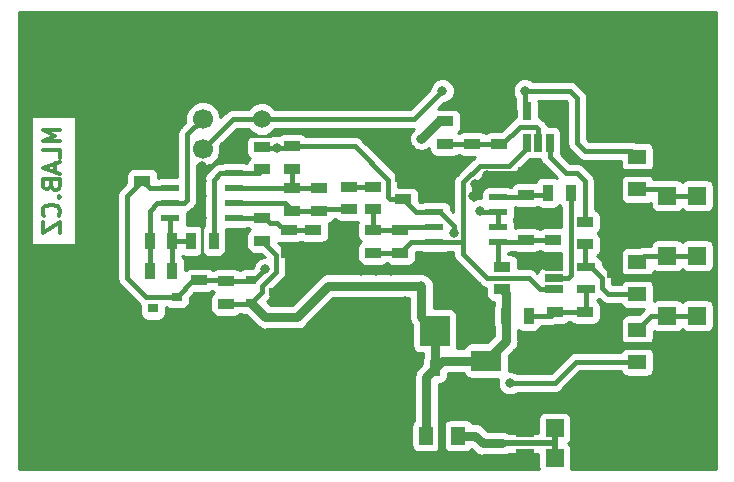
<source format=gbr>
G04 #@! TF.GenerationSoftware,KiCad,Pcbnew,(6.0.0-rc1-dev-205-gc0615c5ef)*
G04 #@! TF.CreationDate,2018-08-06T11:32:11+02:00*
G04 #@! TF.ProjectId,PCRD04B,504352443034422E6B696361645F7063,REV*
G04 #@! TF.SameCoordinates,Original*
G04 #@! TF.FileFunction,Copper,L2,Bot,Signal*
G04 #@! TF.FilePolarity,Positive*
%FSLAX46Y46*%
G04 Gerber Fmt 4.6, Leading zero omitted, Abs format (unit mm)*
G04 Created by KiCad (PCBNEW (6.0.0-rc1-dev-205-gc0615c5ef)) date 08/06/18 11:32:11*
%MOMM*%
%LPD*%
G01*
G04 APERTURE LIST*
G04 #@! TA.AperFunction,NonConductor*
%ADD10C,0.300000*%
G04 #@! TD*
G04 #@! TA.AperFunction,SMDPad,CuDef*
%ADD11R,1.397000X0.889000*%
G04 #@! TD*
G04 #@! TA.AperFunction,SMDPad,CuDef*
%ADD12R,3.800000X1.000000*%
G04 #@! TD*
G04 #@! TA.AperFunction,SMDPad,CuDef*
%ADD13R,3.300000X2.550000*%
G04 #@! TD*
G04 #@! TA.AperFunction,SMDPad,CuDef*
%ADD14R,1.000000X3.800000*%
G04 #@! TD*
G04 #@! TA.AperFunction,SMDPad,CuDef*
%ADD15R,2.550160X2.499360*%
G04 #@! TD*
G04 #@! TA.AperFunction,SMDPad,CuDef*
%ADD16R,0.889000X1.397000*%
G04 #@! TD*
G04 #@! TA.AperFunction,SMDPad,CuDef*
%ADD17R,2.499360X1.800860*%
G04 #@! TD*
G04 #@! TA.AperFunction,ComponentPad*
%ADD18R,1.524000X1.524000*%
G04 #@! TD*
G04 #@! TA.AperFunction,ComponentPad*
%ADD19C,6.000000*%
G04 #@! TD*
G04 #@! TA.AperFunction,SMDPad,CuDef*
%ADD20R,1.550000X0.600000*%
G04 #@! TD*
G04 #@! TA.AperFunction,SMDPad,CuDef*
%ADD21R,0.650000X1.560000*%
G04 #@! TD*
G04 #@! TA.AperFunction,SMDPad,CuDef*
%ADD22R,1.560000X0.650000*%
G04 #@! TD*
G04 #@! TA.AperFunction,SMDPad,CuDef*
%ADD23R,0.900000X0.800000*%
G04 #@! TD*
G04 #@! TA.AperFunction,ComponentPad*
%ADD24C,1.700000*%
G04 #@! TD*
G04 #@! TA.AperFunction,ComponentPad*
%ADD25C,1.524000*%
G04 #@! TD*
G04 #@! TA.AperFunction,SMDPad,CuDef*
%ADD26R,1.500000X1.300000*%
G04 #@! TD*
G04 #@! TA.AperFunction,SMDPad,CuDef*
%ADD27R,3.000000X0.700000*%
G04 #@! TD*
G04 #@! TA.AperFunction,SMDPad,CuDef*
%ADD28R,1.300000X1.500000*%
G04 #@! TD*
G04 #@! TA.AperFunction,SMDPad,CuDef*
%ADD29R,0.700000X3.000000*%
G04 #@! TD*
G04 #@! TA.AperFunction,ViaPad*
%ADD30C,0.800000*%
G04 #@! TD*
G04 #@! TA.AperFunction,Conductor*
%ADD31C,0.250000*%
G04 #@! TD*
G04 #@! TA.AperFunction,Conductor*
%ADD32C,0.400000*%
G04 #@! TD*
G04 #@! TA.AperFunction,Conductor*
%ADD33C,0.800000*%
G04 #@! TD*
G04 #@! TA.AperFunction,Conductor*
%ADD34C,0.500000*%
G04 #@! TD*
G04 #@! TA.AperFunction,Conductor*
%ADD35C,0.254000*%
G04 #@! TD*
G04 APERTURE END LIST*
D10*
X4488571Y29721428D02*
X2988571Y29721428D01*
X4060000Y29221428D01*
X2988571Y28721428D01*
X4488571Y28721428D01*
X4488571Y27292857D02*
X4488571Y28007142D01*
X2988571Y28007142D01*
X4060000Y26864285D02*
X4060000Y26150000D01*
X4488571Y27007142D02*
X2988571Y26507142D01*
X4488571Y26007142D01*
X3702857Y25007142D02*
X3774285Y24792857D01*
X3845714Y24721428D01*
X3988571Y24650000D01*
X4202857Y24650000D01*
X4345714Y24721428D01*
X4417142Y24792857D01*
X4488571Y24935714D01*
X4488571Y25507142D01*
X2988571Y25507142D01*
X2988571Y25007142D01*
X3060000Y24864285D01*
X3131428Y24792857D01*
X3274285Y24721428D01*
X3417142Y24721428D01*
X3560000Y24792857D01*
X3631428Y24864285D01*
X3702857Y25007142D01*
X3702857Y25507142D01*
X4345714Y24007142D02*
X4417142Y23935714D01*
X4488571Y24007142D01*
X4417142Y24078571D01*
X4345714Y24007142D01*
X4488571Y24007142D01*
X4345714Y22435714D02*
X4417142Y22507142D01*
X4488571Y22721428D01*
X4488571Y22864285D01*
X4417142Y23078571D01*
X4274285Y23221428D01*
X4131428Y23292857D01*
X3845714Y23364285D01*
X3631428Y23364285D01*
X3345714Y23292857D01*
X3202857Y23221428D01*
X3060000Y23078571D01*
X2988571Y22864285D01*
X2988571Y22721428D01*
X3060000Y22507142D01*
X3131428Y22435714D01*
X2988571Y21935714D02*
X2988571Y20935714D01*
X4488571Y21935714D01*
X4488571Y20935714D01*
D11*
G04 #@! TO.P,R12,1*
G04 #@! TO.N,Net-(C2-Pad1)*
X48895000Y20002500D03*
G04 #@! TO.P,R12,2*
G04 #@! TO.N,Net-(R12-Pad2)*
X48895000Y21907500D03*
G04 #@! TD*
D12*
G04 #@! TO.P,M6,1*
G04 #@! TO.N,GND*
X44385000Y37150000D03*
X38385000Y37150000D03*
X32385000Y37150000D03*
X26385000Y37150000D03*
X20385000Y37150000D03*
X14385000Y37150000D03*
X44385000Y6850000D03*
X38385000Y6850000D03*
X32385000Y6850000D03*
X26385000Y6850000D03*
X20385000Y6850000D03*
X14385000Y6850000D03*
D13*
X50135000Y36375000D03*
X8635000Y36375000D03*
X50135000Y7625000D03*
X8635000Y7625000D03*
D14*
X7485000Y13000000D03*
X7485000Y19000000D03*
X7485000Y25000000D03*
X7485000Y31000000D03*
X51285000Y13000000D03*
X51285000Y19000000D03*
X51285000Y25000000D03*
X51285000Y31000000D03*
G04 #@! TD*
D15*
G04 #@! TO.P,C1,2*
G04 #@! TO.N,GND*
X31130240Y12700000D03*
G04 #@! TO.P,C1,1*
G04 #@! TO.N,VCC*
X36179760Y12700000D03*
G04 #@! TD*
D11*
G04 #@! TO.P,C3,2*
G04 #@! TO.N,GND*
X11430000Y27305000D03*
G04 #@! TO.P,C3,1*
G04 #@! TO.N,/REF*
X11430000Y25400000D03*
G04 #@! TD*
D16*
G04 #@! TO.P,C4,2*
G04 #@! TO.N,GND*
X34290000Y9525000D03*
G04 #@! TO.P,C4,1*
G04 #@! TO.N,VCC*
X36195000Y9525000D03*
G04 #@! TD*
G04 #@! TO.P,C5,2*
G04 #@! TO.N,/A*
X12065000Y20320000D03*
G04 #@! TO.P,C5,1*
G04 #@! TO.N,Net-(C10-Pad2)*
X13970000Y20320000D03*
G04 #@! TD*
D11*
G04 #@! TO.P,C6,1*
G04 #@! TO.N,/VCC1*
X25908000Y21209000D03*
G04 #@! TO.P,C6,2*
G04 #@! TO.N,GND*
X25908000Y19304000D03*
G04 #@! TD*
G04 #@! TO.P,C7,1*
G04 #@! TO.N,/VCC2*
X46228000Y20383500D03*
G04 #@! TO.P,C7,2*
G04 #@! TO.N,GND*
X46228000Y22288500D03*
G04 #@! TD*
G04 #@! TO.P,C8,2*
G04 #@! TO.N,GND*
X39370000Y30416500D03*
G04 #@! TO.P,C8,1*
G04 #@! TO.N,/VCC3*
X39370000Y28511500D03*
G04 #@! TD*
G04 #@! TO.P,C9,1*
G04 #@! TO.N,/VCC4*
X46355000Y14287500D03*
G04 #@! TO.P,C9,2*
G04 #@! TO.N,GND*
X46355000Y12382500D03*
G04 #@! TD*
D16*
G04 #@! TO.P,C10,1*
G04 #@! TO.N,Net-(C10-Pad1)*
X17462500Y20320000D03*
G04 #@! TO.P,C10,2*
G04 #@! TO.N,Net-(C10-Pad2)*
X15557500Y20320000D03*
G04 #@! TD*
D11*
G04 #@! TO.P,C11,2*
G04 #@! TO.N,GND*
X23876000Y19304000D03*
G04 #@! TO.P,C11,1*
G04 #@! TO.N,/VCC1*
X23876000Y21209000D03*
G04 #@! TD*
G04 #@! TO.P,C12,2*
G04 #@! TO.N,GND*
X43942000Y22288500D03*
G04 #@! TO.P,C12,1*
G04 #@! TO.N,/VCC2*
X43942000Y20383500D03*
G04 #@! TD*
G04 #@! TO.P,C13,1*
G04 #@! TO.N,/VCC3*
X41656000Y28511500D03*
G04 #@! TO.P,C13,2*
G04 #@! TO.N,GND*
X41656000Y30416500D03*
G04 #@! TD*
G04 #@! TO.P,C14,2*
G04 #@! TO.N,GND*
X48895000Y12382500D03*
G04 #@! TO.P,C14,1*
G04 #@! TO.N,/VCC4*
X48895000Y14287500D03*
G04 #@! TD*
G04 #@! TO.P,C15,1*
G04 #@! TO.N,Net-(C15-Pad1)*
X26416000Y22860000D03*
G04 #@! TO.P,C15,2*
G04 #@! TO.N,Net-(C15-Pad2)*
X26416000Y24765000D03*
G04 #@! TD*
G04 #@! TO.P,C16,1*
G04 #@! TO.N,Net-(C16-Pad1)*
X28956000Y24892000D03*
G04 #@! TO.P,C16,2*
G04 #@! TO.N,Net-(C15-Pad1)*
X28956000Y22987000D03*
G04 #@! TD*
G04 #@! TO.P,C17,1*
G04 #@! TO.N,/REF*
X33528000Y23812500D03*
G04 #@! TO.P,C17,2*
G04 #@! TO.N,GND*
X33528000Y25717500D03*
G04 #@! TD*
G04 #@! TO.P,C18,1*
G04 #@! TO.N,Net-(C18-Pad1)*
X33274000Y19304000D03*
G04 #@! TO.P,C18,2*
G04 #@! TO.N,Net-(C18-Pad2)*
X33274000Y21209000D03*
G04 #@! TD*
G04 #@! TO.P,C19,1*
G04 #@! TO.N,Net-(C19-Pad1)*
X43942000Y24193500D03*
G04 #@! TO.P,C19,2*
G04 #@! TO.N,GND*
X43942000Y26098500D03*
G04 #@! TD*
D17*
G04 #@! TO.P,D1,2*
G04 #@! TO.N,GND*
X44543980Y10160000D03*
G04 #@! TO.P,D1,1*
G04 #@! TO.N,VCC*
X40546020Y10160000D03*
G04 #@! TD*
D18*
G04 #@! TO.P,J1,1*
G04 #@! TO.N,GND*
X48895000Y4445000D03*
G04 #@! TO.P,J1,2*
X48895000Y1905000D03*
G04 #@! TO.P,J1,3*
G04 #@! TO.N,Net-(C21-Pad3)*
X46355000Y4445000D03*
G04 #@! TO.P,J1,4*
X46355000Y1905000D03*
G04 #@! TO.P,J1,5*
G04 #@! TO.N,GND*
X43815000Y4445000D03*
G04 #@! TO.P,J1,6*
X43815000Y1905000D03*
G04 #@! TD*
G04 #@! TO.P,J2,2*
G04 #@! TO.N,GND*
X55880000Y21590000D03*
G04 #@! TO.P,J2,1*
X58420000Y21590000D03*
G04 #@! TD*
G04 #@! TO.P,J3,1*
G04 #@! TO.N,/#PeakDetect/Trace*
X58420000Y19050000D03*
G04 #@! TO.P,J3,2*
X55880000Y19050000D03*
G04 #@! TD*
G04 #@! TO.P,J4,2*
G04 #@! TO.N,GND*
X55880000Y16510000D03*
G04 #@! TO.P,J4,1*
X58420000Y16510000D03*
G04 #@! TD*
G04 #@! TO.P,J5,2*
G04 #@! TO.N,GND*
X55880000Y26670000D03*
G04 #@! TO.P,J5,1*
X58420000Y26670000D03*
G04 #@! TD*
G04 #@! TO.P,J6,1*
G04 #@! TO.N,/A/D*
X58420000Y24130000D03*
G04 #@! TO.P,J6,2*
X55880000Y24130000D03*
G04 #@! TD*
G04 #@! TO.P,J7,1*
G04 #@! TO.N,GND*
X58420000Y11430000D03*
G04 #@! TO.P,J7,2*
X55880000Y11430000D03*
G04 #@! TD*
D19*
G04 #@! TO.P,M1,1*
G04 #@! TO.N,GND*
X5080000Y35560000D03*
G04 #@! TD*
G04 #@! TO.P,M2,1*
G04 #@! TO.N,GND*
X55880000Y35560000D03*
G04 #@! TD*
G04 #@! TO.P,M3,1*
G04 #@! TO.N,GND*
X55880000Y5080000D03*
G04 #@! TD*
G04 #@! TO.P,M4,1*
G04 #@! TO.N,GND*
X5080000Y5080000D03*
G04 #@! TD*
D11*
G04 #@! TO.P,R2,2*
G04 #@! TO.N,VCC*
X21590000Y20320000D03*
G04 #@! TO.P,R2,1*
G04 #@! TO.N,/VCC1*
X21590000Y22225000D03*
G04 #@! TD*
G04 #@! TO.P,R3,1*
G04 #@! TO.N,/VCC2*
X41910000Y18097500D03*
G04 #@! TO.P,R3,2*
G04 #@! TO.N,VCC*
X41910000Y16192500D03*
G04 #@! TD*
G04 #@! TO.P,R4,1*
G04 #@! TO.N,/VCC3*
X37084000Y28511500D03*
G04 #@! TO.P,R4,2*
G04 #@! TO.N,VCC*
X37084000Y30416500D03*
G04 #@! TD*
D16*
G04 #@! TO.P,R5,2*
G04 #@! TO.N,VCC*
X42227500Y13970000D03*
G04 #@! TO.P,R5,1*
G04 #@! TO.N,/VCC4*
X44132500Y13970000D03*
G04 #@! TD*
G04 #@! TO.P,R6,1*
G04 #@! TO.N,Net-(C10-Pad2)*
X13970000Y17780000D03*
G04 #@! TO.P,R6,2*
G04 #@! TO.N,/A*
X12065000Y17780000D03*
G04 #@! TD*
D11*
G04 #@! TO.P,R7,2*
G04 #@! TO.N,Net-(C10-Pad1)*
X21590000Y26352500D03*
G04 #@! TO.P,R7,1*
G04 #@! TO.N,/REF*
X21590000Y28257500D03*
G04 #@! TD*
G04 #@! TO.P,R8,2*
G04 #@! TO.N,/REF*
X24130000Y28321000D03*
G04 #@! TO.P,R8,1*
G04 #@! TO.N,Net-(C15-Pad2)*
X24130000Y26416000D03*
G04 #@! TD*
G04 #@! TO.P,R9,2*
G04 #@! TO.N,Net-(C15-Pad2)*
X24130000Y24765000D03*
G04 #@! TO.P,R9,1*
G04 #@! TO.N,Net-(C15-Pad1)*
X24130000Y22860000D03*
G04 #@! TD*
G04 #@! TO.P,R10,2*
G04 #@! TO.N,Net-(C16-Pad1)*
X30988000Y24892000D03*
G04 #@! TO.P,R10,1*
G04 #@! TO.N,Net-(C18-Pad2)*
X30988000Y22987000D03*
G04 #@! TD*
G04 #@! TO.P,R11,2*
G04 #@! TO.N,Net-(C18-Pad2)*
X30988000Y21209000D03*
G04 #@! TO.P,R11,1*
G04 #@! TO.N,Net-(C18-Pad1)*
X30988000Y19304000D03*
G04 #@! TD*
D16*
G04 #@! TO.P,R13,2*
G04 #@! TO.N,Net-(R13-Pad2)*
X47688500Y24384000D03*
G04 #@! TO.P,R13,1*
G04 #@! TO.N,Net-(C19-Pad1)*
X45783500Y24384000D03*
G04 #@! TD*
D20*
G04 #@! TO.P,U1,8*
G04 #@! TO.N,/VCC1*
X19210000Y22225000D03*
G04 #@! TO.P,U1,7*
G04 #@! TO.N,Net-(C15-Pad1)*
X19210000Y23495000D03*
G04 #@! TO.P,U1,6*
G04 #@! TO.N,Net-(C15-Pad2)*
X19210000Y24765000D03*
G04 #@! TO.P,U1,5*
G04 #@! TO.N,Net-(C10-Pad1)*
X19210000Y26035000D03*
G04 #@! TO.P,U1,4*
G04 #@! TO.N,GND*
X13810000Y26035000D03*
G04 #@! TO.P,U1,3*
G04 #@! TO.N,/REF*
X13810000Y24765000D03*
G04 #@! TO.P,U1,2*
G04 #@! TO.N,/A*
X13810000Y23495000D03*
G04 #@! TO.P,U1,1*
G04 #@! TO.N,Net-(C10-Pad2)*
X13810000Y22225000D03*
G04 #@! TD*
G04 #@! TO.P,U2,1*
G04 #@! TO.N,Net-(C18-Pad1)*
X36162000Y20193000D03*
G04 #@! TO.P,U2,2*
G04 #@! TO.N,Net-(C18-Pad2)*
X36162000Y21463000D03*
G04 #@! TO.P,U2,3*
G04 #@! TO.N,/REF*
X36162000Y22733000D03*
G04 #@! TO.P,U2,4*
G04 #@! TO.N,GND*
X36162000Y24003000D03*
G04 #@! TO.P,U2,5*
G04 #@! TO.N,Net-(C19-Pad1)*
X41562000Y24003000D03*
G04 #@! TO.P,U2,6*
G04 #@! TO.N,Net-(C22-Pad1)*
X41562000Y22733000D03*
G04 #@! TO.P,U2,7*
X41562000Y21463000D03*
G04 #@! TO.P,U2,8*
G04 #@! TO.N,/VCC2*
X41562000Y20193000D03*
G04 #@! TD*
D21*
G04 #@! TO.P,U4,1*
G04 #@! TO.N,Net-(R12-Pad2)*
X45908000Y28622000D03*
G04 #@! TO.P,U4,2*
G04 #@! TO.N,/VCC3*
X44958000Y28622000D03*
G04 #@! TO.P,U4,3*
G04 #@! TO.N,Net-(C18-Pad1)*
X44008000Y28622000D03*
G04 #@! TO.P,U4,4*
G04 #@! TO.N,Net-(C22-Pad1)*
X44008000Y31322000D03*
G04 #@! TO.P,U4,5*
G04 #@! TO.N,GND*
X45908000Y31322000D03*
G04 #@! TD*
D22*
G04 #@! TO.P,U5,5*
G04 #@! TO.N,/VCC4*
X48975000Y16195000D03*
G04 #@! TO.P,U5,4*
G04 #@! TO.N,Net-(C2-Pad1)*
X48975000Y18095000D03*
G04 #@! TO.P,U5,3*
G04 #@! TO.N,GND*
X46275000Y18095000D03*
G04 #@! TO.P,U5,2*
G04 #@! TO.N,Net-(R13-Pad2)*
X46275000Y17145000D03*
G04 #@! TO.P,U5,1*
G04 #@! TO.N,Net-(C18-Pad1)*
X46275000Y16195000D03*
G04 #@! TD*
D11*
G04 #@! TO.P,C20,1*
G04 #@! TO.N,/REF*
X16256000Y16954500D03*
G04 #@! TO.P,C20,2*
G04 #@! TO.N,GND*
X16256000Y15049500D03*
G04 #@! TD*
G04 #@! TO.P,R15,2*
G04 #@! TO.N,VCC*
X18542000Y14986000D03*
G04 #@! TO.P,R15,1*
G04 #@! TO.N,/REF*
X18542000Y16891000D03*
G04 #@! TD*
D23*
G04 #@! TO.P,U3,3*
G04 #@! TO.N,GND*
X22606000Y16002000D03*
G04 #@! TO.P,U3,2*
G04 #@! TO.N,/REF*
X20606000Y16952000D03*
G04 #@! TO.P,U3,1*
G04 #@! TO.N,VCC*
X20606000Y15052000D03*
G04 #@! TD*
G04 #@! TO.P,U6,1*
G04 #@! TO.N,/REF*
X14335000Y15555000D03*
G04 #@! TO.P,U6,2*
G04 #@! TO.N,GND*
X14335000Y13655000D03*
G04 #@! TO.P,U6,3*
G04 #@! TO.N,N/C*
X12335000Y14605000D03*
G04 #@! TD*
D18*
G04 #@! TO.P,J11,1*
G04 #@! TO.N,Net-(C23-Pad3)*
X55880000Y13970000D03*
G04 #@! TO.P,J11,2*
X58420000Y13970000D03*
G04 #@! TD*
D24*
G04 #@! TO.P,D2,1*
G04 #@! TO.N,/K*
X16550000Y28100000D03*
G04 #@! TO.P,D2,2*
G04 #@! TO.N,/A*
X16550000Y30640000D03*
D25*
G04 #@! TO.P,D2,1*
G04 #@! TO.N,/K*
X21550000Y30640000D03*
G04 #@! TD*
D26*
G04 #@! TO.P,C2,1*
G04 #@! TO.N,Net-(C2-Pad1)*
X53340000Y15795000D03*
D27*
G04 #@! TO.P,C2,2*
G04 #@! TO.N,GND*
X53340000Y17145000D03*
D26*
G04 #@! TO.P,C2,3*
G04 #@! TO.N,/#PeakDetect/Trace*
X53340000Y18495000D03*
G04 #@! TD*
D28*
G04 #@! TO.P,C21,1*
G04 #@! TO.N,VCC*
X35480000Y3810000D03*
D29*
G04 #@! TO.P,C21,2*
G04 #@! TO.N,GND*
X36830000Y3810000D03*
D28*
G04 #@! TO.P,C21,3*
G04 #@! TO.N,Net-(C21-Pad3)*
X38180000Y3810000D03*
G04 #@! TD*
D26*
G04 #@! TO.P,C22,3*
G04 #@! TO.N,/A/D*
X53340000Y24685000D03*
D27*
G04 #@! TO.P,C22,2*
G04 #@! TO.N,GND*
X53340000Y26035000D03*
D26*
G04 #@! TO.P,C22,1*
G04 #@! TO.N,Net-(C22-Pad1)*
X53340000Y27385000D03*
G04 #@! TD*
G04 #@! TO.P,C23,3*
G04 #@! TO.N,Net-(C23-Pad3)*
X53340000Y12780000D03*
D27*
G04 #@! TO.P,C23,2*
G04 #@! TO.N,GND*
X53340000Y11430000D03*
D26*
G04 #@! TO.P,C23,1*
G04 #@! TO.N,/REF*
X53340000Y10080000D03*
G04 #@! TD*
D30*
G04 #@! TO.N,GND*
X32385000Y1905000D03*
X33655000Y1905000D03*
X34925000Y1905000D03*
X36830000Y1905000D03*
X33655000Y12065000D03*
X33655000Y13970000D03*
X33655000Y15240000D03*
X36830000Y15240000D03*
X26670000Y17780000D03*
X25400000Y17780000D03*
X24130000Y17780000D03*
X40170000Y13970000D03*
X38570000Y13970000D03*
X38570000Y12065000D03*
X40170000Y12303602D03*
X50165000Y26670000D03*
X52705000Y20320000D03*
X50800000Y20320000D03*
X51435000Y22860000D03*
X34290000Y34290000D03*
X33655000Y32385000D03*
X31750000Y32385000D03*
X31750000Y34290000D03*
X46355000Y34290000D03*
X45085000Y34290000D03*
X42545000Y34290000D03*
X41910000Y32385000D03*
X40640000Y32385000D03*
X38735000Y32385000D03*
X24765000Y32385000D03*
X23495000Y32385000D03*
X19685000Y32385000D03*
X17780000Y32385000D03*
X15875000Y32385000D03*
X13970000Y31750000D03*
X13970000Y29210000D03*
X13970000Y27305000D03*
X12700000Y27305000D03*
X50165000Y5080000D03*
X41970002Y5080000D03*
X41970002Y6350000D03*
X32385000Y3810000D03*
X32385000Y5080000D03*
X31115000Y8890000D03*
X31115000Y10795000D03*
X32385000Y10795000D03*
X32385000Y8890000D03*
X46355000Y10160000D03*
X43815000Y12065000D03*
X11430000Y12700000D03*
X13335000Y12700000D03*
X27305000Y13970000D03*
X26035000Y12065000D03*
X23495000Y11430000D03*
X20955000Y11430000D03*
X19685000Y12700000D03*
X17780000Y12700000D03*
X15875000Y12700000D03*
X19050000Y20320000D03*
X20320000Y18415000D03*
X18415000Y18415000D03*
X16510000Y18415000D03*
X16510000Y22225000D03*
X16510000Y24130000D03*
X16510000Y25400000D03*
X16509457Y26650565D03*
X19685000Y27940000D03*
X18415000Y27940000D03*
X19685000Y29210000D03*
X32385000Y29210000D03*
X31115000Y28575000D03*
X32385000Y27305000D03*
X36830000Y26670000D03*
X38100000Y26670000D03*
X39618186Y25151814D03*
X45085000Y26670000D03*
X39408000Y24130000D03*
X40640000Y25870000D03*
X43815000Y18415000D03*
X45085000Y18415000D03*
X45720000Y26035000D03*
X28829000Y20574000D03*
X28829000Y19304000D03*
X44958000Y22352000D03*
X36830000Y17907000D03*
X36830000Y18796000D03*
X32512000Y17780000D03*
X31242000Y17780000D03*
X29972000Y17780000D03*
X28829000Y18034000D03*
X36957000Y25273000D03*
X36052000Y25273000D03*
G04 #@! TO.N,VCC*
X35052000Y16510000D03*
X35052000Y28956000D03*
G04 #@! TO.N,/K*
X36830000Y33020000D03*
G04 #@! TO.N,/REF*
X21853064Y17904435D03*
X37803696Y20993000D03*
X42545000Y8255000D03*
X22860000Y28194000D03*
G04 #@! TO.N,Net-(C22-Pad1)*
X43815000Y33020000D03*
X40005000Y22860000D03*
G04 #@! TD*
D31*
G04 #@! TO.N,GND*
X33655000Y1905000D02*
X32385000Y1905000D01*
X36830000Y1905000D02*
X34925000Y1905000D01*
X33655000Y13970000D02*
X33655000Y12065000D01*
X32385000Y13970000D02*
X33655000Y15240000D01*
X27305000Y13970000D02*
X32385000Y13970000D01*
X25400000Y17780000D02*
X26670000Y17780000D01*
X22606000Y16256000D02*
X24130000Y17780000D01*
X22606000Y16002000D02*
X22606000Y16256000D01*
X38570000Y13970000D02*
X40170000Y13970000D01*
X38808602Y12303602D02*
X38570000Y12065000D01*
X40170000Y12303602D02*
X38808602Y12303602D01*
X50800000Y26035000D02*
X50165000Y26670000D01*
X53340000Y26035000D02*
X50800000Y26035000D01*
X50800000Y20320000D02*
X52705000Y20320000D01*
X51285000Y23010000D02*
X51435000Y22860000D01*
X51285000Y25000000D02*
X51285000Y23010000D01*
X31750000Y32385000D02*
X33655000Y32385000D01*
X32385000Y34925000D02*
X31750000Y34290000D01*
X32385000Y37150000D02*
X32385000Y34925000D01*
X45085000Y34290000D02*
X46355000Y34290000D01*
X41910000Y33655000D02*
X42545000Y34290000D01*
X41910000Y32385000D02*
X41910000Y33655000D01*
X38735000Y32385000D02*
X40640000Y32385000D01*
X23495000Y32385000D02*
X24765000Y32385000D01*
X17780000Y32385000D02*
X19685000Y32385000D01*
X15240000Y31750000D02*
X15875000Y32385000D01*
X13970000Y31750000D02*
X15240000Y31750000D01*
X13970000Y27305000D02*
X13970000Y29210000D01*
X14385000Y28990000D02*
X12700000Y27305000D01*
X14385000Y37150000D02*
X14385000Y28990000D01*
X50135000Y5110000D02*
X50165000Y5080000D01*
X50135000Y7625000D02*
X50135000Y5110000D01*
X41470002Y6850000D02*
X41970002Y6350000D01*
X38385000Y6850000D02*
X41470002Y6850000D01*
X32385000Y6850000D02*
X32385000Y5080000D01*
X32385000Y10795000D02*
X31115000Y10795000D01*
X32385000Y6850000D02*
X32385000Y8890000D01*
X44543980Y10160000D02*
X46355000Y10160000D01*
X44543980Y11336020D02*
X43815000Y12065000D01*
X44543980Y10160000D02*
X44543980Y11336020D01*
X13335000Y12700000D02*
X11430000Y12700000D01*
X26035000Y12700000D02*
X27305000Y13970000D01*
X26035000Y12065000D02*
X26035000Y12700000D01*
X20955000Y11430000D02*
X23495000Y11430000D01*
X17780000Y12700000D02*
X19685000Y12700000D01*
X16256000Y13081000D02*
X15875000Y12700000D01*
X16256000Y15049500D02*
X16256000Y13081000D01*
X16510000Y18415000D02*
X16510000Y22225000D01*
X20320000Y19050000D02*
X19050000Y20320000D01*
X20320000Y18415000D02*
X20320000Y19050000D01*
X16510000Y18415000D02*
X18415000Y18415000D01*
X16510000Y24130000D02*
X16510000Y22225000D01*
X16509457Y25400543D02*
X16510000Y25400000D01*
X16509457Y26650565D02*
X16509457Y25400543D01*
X18415000Y27940000D02*
X19685000Y27940000D01*
X22225000Y29210000D02*
X19685000Y29210000D01*
X22567999Y29552999D02*
X22225000Y29210000D01*
X31115000Y28575000D02*
X30137001Y29552999D01*
X30137001Y29552999D02*
X22567999Y29552999D01*
D32*
X31750000Y28575000D02*
X32385000Y29210000D01*
X31115000Y28575000D02*
X31750000Y28575000D01*
X33528000Y26162000D02*
X32385000Y27305000D01*
X33528000Y25717500D02*
X33528000Y26162000D01*
X36957000Y25527000D02*
X38100000Y26670000D01*
X36957000Y25273000D02*
X36957000Y25527000D01*
X45720000Y26035000D02*
X45085000Y26670000D01*
X40805000Y26035000D02*
X40640000Y25870000D01*
X45720000Y26035000D02*
X40805000Y26035000D01*
X45405000Y18095000D02*
X45085000Y18415000D01*
X46275000Y18095000D02*
X45405000Y18095000D01*
X45656500Y26098500D02*
X45720000Y26035000D01*
X43942000Y26098500D02*
X45656500Y26098500D01*
X28829000Y18034000D02*
X28829000Y19304000D01*
D31*
X45021500Y22288500D02*
X44958000Y22352000D01*
X46228000Y22288500D02*
X45021500Y22288500D01*
X35814000Y17780000D02*
X36830000Y18796000D01*
X32512000Y17780000D02*
X35814000Y17780000D01*
X29972000Y17780000D02*
X31242000Y17780000D01*
X27559000Y19304000D02*
X28829000Y18034000D01*
X25908000Y19304000D02*
X27559000Y19304000D01*
X36162000Y25163000D02*
X36052000Y25273000D01*
X36162000Y24003000D02*
X36162000Y25163000D01*
D32*
G04 #@! TO.N,VCC*
X21590000Y20320000D02*
X22777499Y19132501D01*
X22777499Y19132501D02*
X22777499Y17697499D01*
X22777499Y17697499D02*
X21590000Y16510000D01*
X21590000Y16510000D02*
X21590000Y15986000D01*
D33*
X42227500Y13970000D02*
X42227500Y15875000D01*
X42227500Y15875000D02*
X41910000Y16192500D01*
X42227500Y13970000D02*
X42227500Y11841480D01*
X42227500Y11841480D02*
X40546020Y10160000D01*
X35052000Y16510000D02*
X35052000Y13827760D01*
X35052000Y13827760D02*
X36179760Y12700000D01*
X40546020Y10160000D02*
X36830000Y10160000D01*
X36830000Y10160000D02*
X36195000Y9525000D01*
X36195000Y9525000D02*
X36195000Y12684760D01*
X36195000Y12684760D02*
X36179760Y12700000D01*
X35480000Y3810000D02*
X35480000Y8810000D01*
X35480000Y8810000D02*
X36195000Y9525000D01*
X35052000Y16510000D02*
X27178000Y16510000D01*
X36512500Y30416500D02*
X35052000Y28956000D01*
X37084000Y30416500D02*
X36512500Y30416500D01*
X27178000Y16510000D02*
X24520000Y13852000D01*
X24520000Y13852000D02*
X21856000Y13852000D01*
X21856000Y13852000D02*
X20656000Y15052000D01*
X20656000Y15052000D02*
X20606000Y15052000D01*
D32*
X20656000Y15052000D02*
X21590000Y15986000D01*
X18542000Y14986000D02*
X20540000Y14986000D01*
X20540000Y14986000D02*
X20606000Y15052000D01*
G04 #@! TO.N,Net-(C10-Pad2)*
X15557500Y20320000D02*
X13970000Y20320000D01*
X13810000Y22225000D02*
X13810000Y20480000D01*
X13810000Y20480000D02*
X13970000Y20320000D01*
X13970000Y17780000D02*
X13970000Y20320000D01*
G04 #@! TO.N,/VCC1*
X23876000Y21209000D02*
X25908000Y21209000D01*
X21590000Y22225000D02*
X21844000Y22225000D01*
X21844000Y22225000D02*
X22225000Y21844000D01*
X22225000Y21844000D02*
X22860000Y21844000D01*
X23495000Y21209000D02*
X22860000Y21844000D01*
X23876000Y21209000D02*
X23495000Y21209000D01*
X19210000Y22225000D02*
X21590000Y22225000D01*
G04 #@! TO.N,/VCC2*
X41562000Y20193000D02*
X41562000Y18445500D01*
X41562000Y18445500D02*
X41910000Y18097500D01*
X43942000Y20383500D02*
X46228000Y20383500D01*
X41562000Y20193000D02*
X43751500Y20193000D01*
X43751500Y20193000D02*
X43942000Y20383500D01*
G04 #@! TO.N,/VCC3*
X44958000Y28622000D02*
X44958000Y29802000D01*
X44958000Y29802000D02*
X44788000Y29972000D01*
X43370500Y29972000D02*
X44788000Y29972000D01*
X41656000Y28511500D02*
X41910000Y28511500D01*
X41910000Y28511500D02*
X43370500Y29972000D01*
X39370000Y28511500D02*
X41656000Y28511500D01*
X37084000Y28511500D02*
X39370000Y28511500D01*
G04 #@! TO.N,/VCC4*
X44132500Y13970000D02*
X46037500Y13970000D01*
X46037500Y13970000D02*
X46355000Y14287500D01*
X46355000Y14287500D02*
X48895000Y14287500D01*
X48975000Y16195000D02*
X48975000Y14367500D01*
X48975000Y14367500D02*
X48895000Y14287500D01*
G04 #@! TO.N,Net-(C10-Pad1)*
X17462500Y20320000D02*
X17462500Y25462500D01*
X17462500Y25462500D02*
X18035000Y26035000D01*
X19210000Y26035000D02*
X18035000Y26035000D01*
X19210000Y26035000D02*
X21272500Y26035000D01*
X21272500Y26035000D02*
X21590000Y26352500D01*
G04 #@! TO.N,Net-(C15-Pad1)*
X19210000Y23495000D02*
X23495000Y23495000D01*
X23495000Y23495000D02*
X24130000Y22860000D01*
X26416000Y22860000D02*
X24130000Y22860000D01*
X28956000Y22987000D02*
X26543000Y22987000D01*
X26543000Y22987000D02*
X26416000Y22860000D01*
G04 #@! TO.N,Net-(C15-Pad2)*
X24130000Y24765000D02*
X26416000Y24765000D01*
X24130000Y24765000D02*
X24130000Y26416000D01*
X19210000Y24765000D02*
X24130000Y24765000D01*
G04 #@! TO.N,Net-(C16-Pad1)*
X28956000Y24892000D02*
X30988000Y24892000D01*
G04 #@! TO.N,Net-(C18-Pad1)*
X40005000Y26670000D02*
X38608000Y25273000D01*
X38608000Y25273000D02*
X38608000Y24130000D01*
X42511000Y26670000D02*
X40005000Y26670000D01*
X44008000Y28167000D02*
X42511000Y26670000D01*
X38608000Y20320000D02*
X38608000Y24130000D01*
X38608000Y19177000D02*
X38608000Y20320000D01*
X37973000Y20193000D02*
X38481000Y20193000D01*
X38481000Y20193000D02*
X38608000Y20320000D01*
X40640000Y17145000D02*
X39370000Y18415000D01*
X39370000Y18415000D02*
X38608000Y19177000D01*
X36162000Y20193000D02*
X37973000Y20193000D01*
X44145000Y17145000D02*
X40640000Y17145000D01*
X45095000Y16195000D02*
X44145000Y17145000D01*
X46275000Y16195000D02*
X45095000Y16195000D01*
X44008000Y28167000D02*
X44008000Y28622000D01*
X30988000Y19304000D02*
X33274000Y19304000D01*
X36162000Y20193000D02*
X34163000Y20193000D01*
X34163000Y20193000D02*
X33274000Y19304000D01*
G04 #@! TO.N,Net-(C18-Pad2)*
X36162000Y21463000D02*
X33528000Y21463000D01*
X33528000Y21463000D02*
X33274000Y21209000D01*
X30988000Y21209000D02*
X33274000Y21209000D01*
X30988000Y22987000D02*
X30988000Y21209000D01*
G04 #@! TO.N,Net-(C19-Pad1)*
X43942000Y24193500D02*
X45593000Y24193500D01*
X45593000Y24193500D02*
X45783500Y24384000D01*
X41562000Y24003000D02*
X43751500Y24003000D01*
X43751500Y24003000D02*
X43942000Y24193500D01*
G04 #@! TO.N,/#PeakDetect/Trace*
X55880000Y19050000D02*
X53895000Y19050000D01*
X53895000Y19050000D02*
X53340000Y18495000D01*
X58420000Y19050000D02*
X55880000Y19050000D01*
G04 #@! TO.N,/A/D*
X55880000Y24130000D02*
X58420000Y24130000D01*
X53340000Y24685000D02*
X55325000Y24685000D01*
X55325000Y24685000D02*
X55880000Y24130000D01*
G04 #@! TO.N,Net-(R12-Pad2)*
X45908000Y27442000D02*
X47315000Y26035000D01*
X45908000Y28622000D02*
X45908000Y27442000D01*
X47315000Y26035000D02*
X48260000Y26035000D01*
X48260000Y26035000D02*
X48895000Y25400000D01*
X48895000Y25400000D02*
X48895000Y21907500D01*
G04 #@! TO.N,Net-(R13-Pad2)*
X47688500Y24384000D02*
X47688500Y17378500D01*
X47688500Y17378500D02*
X47455000Y17145000D01*
X47455000Y17145000D02*
X46275000Y17145000D01*
G04 #@! TO.N,Net-(C2-Pad1)*
X50384999Y16290001D02*
X50880000Y15795000D01*
X50880000Y15795000D02*
X53340000Y15795000D01*
X49430000Y18095000D02*
X50384999Y17140001D01*
X48975000Y18095000D02*
X49430000Y18095000D01*
X50384999Y17140001D02*
X50384999Y16290001D01*
X48895000Y20002500D02*
X48895000Y18175000D01*
X48895000Y18175000D02*
X48975000Y18095000D01*
G04 #@! TO.N,/A*
X12065000Y17780000D02*
X12065000Y20320000D01*
X12700000Y23495000D02*
X12065000Y22860000D01*
X13810000Y23495000D02*
X12700000Y23495000D01*
X12065000Y22860000D02*
X12065000Y20320000D01*
X14985000Y23495000D02*
X15240000Y23750000D01*
X13810000Y23495000D02*
X14985000Y23495000D01*
X15240000Y23750000D02*
X15240000Y29330000D01*
X15240000Y29330000D02*
X16550000Y30640000D01*
G04 #@! TO.N,/K*
X16550000Y28100000D02*
X19090000Y30640000D01*
X19090000Y30640000D02*
X21550000Y30640000D01*
X21550000Y30640000D02*
X34450000Y30640000D01*
X34450000Y30640000D02*
X36830000Y33020000D01*
G04 #@! TO.N,/REF*
X20900629Y16952000D02*
X21853064Y17904435D01*
X20606000Y16952000D02*
X20900629Y16952000D01*
X36637000Y22733000D02*
X37803696Y21566304D01*
X36162000Y22733000D02*
X36637000Y22733000D01*
X37803696Y21566304D02*
X37803696Y20993000D01*
X16256000Y16954500D02*
X15734500Y16954500D01*
X15734500Y16954500D02*
X14335000Y15555000D01*
X10160000Y24130000D02*
X10160000Y17145000D01*
X11430000Y25400000D02*
X10160000Y24130000D01*
X10160000Y17145000D02*
X11750000Y15555000D01*
X11750000Y15555000D02*
X14335000Y15555000D01*
X53340000Y10080000D02*
X48180000Y10080000D01*
X48180000Y10080000D02*
X46355000Y8255000D01*
X46355000Y8255000D02*
X42545000Y8255000D01*
X32258000Y23984000D02*
X32258000Y25485002D01*
X32258000Y25485002D02*
X29422002Y28321000D01*
X29422002Y28321000D02*
X25228500Y28321000D01*
X25228500Y28321000D02*
X24130000Y28321000D01*
X33528000Y23812500D02*
X32429500Y23812500D01*
X32429500Y23812500D02*
X32258000Y23984000D01*
X36162000Y22733000D02*
X34607500Y22733000D01*
X34607500Y22733000D02*
X33528000Y23812500D01*
X18542000Y16891000D02*
X20545000Y16891000D01*
X20545000Y16891000D02*
X20606000Y16952000D01*
X16256000Y16954500D02*
X18478500Y16954500D01*
X18478500Y16954500D02*
X18542000Y16891000D01*
X22860000Y28194000D02*
X24003000Y28194000D01*
X24003000Y28194000D02*
X24130000Y28321000D01*
X22860000Y28194000D02*
X21653500Y28194000D01*
X21653500Y28194000D02*
X21590000Y28257500D01*
X12446000Y24765000D02*
X12065000Y24765000D01*
X13810000Y24765000D02*
X12446000Y24765000D01*
X12065000Y24765000D02*
X11430000Y25400000D01*
D34*
G04 #@! TO.N,Net-(C21-Pad3)*
X46355000Y3175000D02*
X41910000Y3175000D01*
D33*
X38180000Y3810000D02*
X39630000Y3810000D01*
X39630000Y3810000D02*
X40265000Y3175000D01*
X40265000Y3175000D02*
X41910000Y3175000D01*
D34*
X46355000Y1905000D02*
X46355000Y4445000D01*
D32*
X46355000Y1905000D02*
X46355000Y3175000D01*
X46355000Y3175000D02*
X46355000Y4445000D01*
G04 #@! TO.N,Net-(C22-Pad1)*
X47625000Y33020000D02*
X48260000Y32385000D01*
X43815000Y33020000D02*
X47625000Y33020000D01*
X48260000Y32385000D02*
X48260000Y28575000D01*
X48260000Y28575000D02*
X48895000Y27940000D01*
X48895000Y27940000D02*
X52785000Y27940000D01*
X52785000Y27940000D02*
X53340000Y27385000D01*
X43815000Y33020000D02*
X43815000Y31515000D01*
X43815000Y31515000D02*
X44008000Y31322000D01*
X40132000Y22733000D02*
X40005000Y22860000D01*
X41562000Y22733000D02*
X40132000Y22733000D01*
X41562000Y21463000D02*
X41562000Y22733000D01*
G04 #@! TO.N,Net-(C23-Pad3)*
X55880000Y13970000D02*
X54530000Y13970000D01*
X54530000Y13970000D02*
X53340000Y12780000D01*
X58420000Y13970000D02*
X55880000Y13970000D01*
G04 #@! TD*
D35*
G04 #@! TO.N,GND*
G36*
X59971000Y989000D02*
X47733808Y989000D01*
X47764440Y1143000D01*
X47764440Y2667000D01*
X47715157Y2914765D01*
X47574809Y3124809D01*
X47499693Y3175000D01*
X47574809Y3225191D01*
X47715157Y3435235D01*
X47764440Y3683000D01*
X47764440Y5207000D01*
X47715157Y5454765D01*
X47574809Y5664809D01*
X47364765Y5805157D01*
X47117000Y5854440D01*
X45593000Y5854440D01*
X45345235Y5805157D01*
X45135191Y5664809D01*
X44994843Y5454765D01*
X44945560Y5207000D01*
X44945560Y4060000D01*
X42448454Y4060000D01*
X42313837Y4149948D01*
X42011935Y4210000D01*
X40693710Y4210000D01*
X40433937Y4469773D01*
X40376193Y4556193D01*
X40033837Y4784948D01*
X39731935Y4845000D01*
X39731934Y4845000D01*
X39630000Y4865276D01*
X39528066Y4845000D01*
X39403277Y4845000D01*
X39287809Y5017809D01*
X39077765Y5158157D01*
X38830000Y5207440D01*
X37530000Y5207440D01*
X37282235Y5158157D01*
X37072191Y5017809D01*
X36931843Y4807765D01*
X36882560Y4560000D01*
X36882560Y3060000D01*
X36931843Y2812235D01*
X37072191Y2602191D01*
X37282235Y2461843D01*
X37530000Y2412560D01*
X38830000Y2412560D01*
X39077765Y2461843D01*
X39287809Y2602191D01*
X39322372Y2653918D01*
X39461063Y2515227D01*
X39518807Y2428807D01*
X39861163Y2200052D01*
X40265000Y2119724D01*
X40366934Y2140000D01*
X42011935Y2140000D01*
X42313837Y2200052D01*
X42448454Y2290000D01*
X44945560Y2290000D01*
X44945560Y1143000D01*
X44976192Y989000D01*
X989000Y989000D01*
X989000Y30863572D01*
X2020000Y30863572D01*
X2020000Y19936429D01*
X5840000Y19936429D01*
X5840000Y24130000D01*
X9308643Y24130000D01*
X9325000Y24047767D01*
X9325001Y17227238D01*
X9308643Y17145000D01*
X9373448Y16819200D01*
X9481092Y16658100D01*
X9558000Y16542999D01*
X9627718Y16496415D01*
X11101415Y15022717D01*
X11147999Y14952999D01*
X11237560Y14893156D01*
X11237560Y14205000D01*
X11286843Y13957235D01*
X11427191Y13747191D01*
X11637235Y13606843D01*
X11885000Y13557560D01*
X12785000Y13557560D01*
X13032765Y13606843D01*
X13242809Y13747191D01*
X13383157Y13957235D01*
X13432440Y14205000D01*
X13432440Y14693684D01*
X13637235Y14556843D01*
X13885000Y14507560D01*
X14785000Y14507560D01*
X15032765Y14556843D01*
X15242809Y14697191D01*
X15383157Y14907235D01*
X15432440Y15155000D01*
X15432440Y15471573D01*
X15823428Y15862560D01*
X16954500Y15862560D01*
X17202265Y15911843D01*
X17364574Y16020295D01*
X17385691Y15988691D01*
X17460807Y15938500D01*
X17385691Y15888309D01*
X17245343Y15678265D01*
X17196060Y15430500D01*
X17196060Y14541500D01*
X17245343Y14293735D01*
X17385691Y14083691D01*
X17595735Y13943343D01*
X17843500Y13894060D01*
X19240500Y13894060D01*
X19488265Y13943343D01*
X19698309Y14083691D01*
X19743284Y14151000D01*
X19762830Y14151000D01*
X19908235Y14053843D01*
X20156000Y14004560D01*
X20239730Y14004560D01*
X21052065Y13192224D01*
X21109807Y13105807D01*
X21275564Y12995052D01*
X21452163Y12877052D01*
X21855999Y12796724D01*
X21957934Y12817000D01*
X24418066Y12817000D01*
X24520000Y12796724D01*
X24621934Y12817000D01*
X24621935Y12817000D01*
X24923837Y12877052D01*
X25266193Y13105807D01*
X25323937Y13192227D01*
X27606711Y15475000D01*
X34017000Y15475000D01*
X34017001Y13929699D01*
X33996724Y13827760D01*
X34077052Y13423924D01*
X34145546Y13321416D01*
X34257240Y13154254D01*
X34257240Y11450320D01*
X34306523Y11202555D01*
X34446871Y10992511D01*
X34656915Y10852163D01*
X34904680Y10802880D01*
X35160000Y10802880D01*
X35160000Y10482725D01*
X35152343Y10471265D01*
X35103060Y10223500D01*
X35103060Y9896770D01*
X34820225Y9613935D01*
X34733808Y9556193D01*
X34676066Y9469776D01*
X34505052Y9213836D01*
X34424724Y8810000D01*
X34445001Y8708061D01*
X34445000Y5066459D01*
X34372191Y5017809D01*
X34231843Y4807765D01*
X34182560Y4560000D01*
X34182560Y3060000D01*
X34231843Y2812235D01*
X34372191Y2602191D01*
X34582235Y2461843D01*
X34830000Y2412560D01*
X36130000Y2412560D01*
X36377765Y2461843D01*
X36587809Y2602191D01*
X36728157Y2812235D01*
X36777440Y3060000D01*
X36777440Y4560000D01*
X36728157Y4807765D01*
X36587809Y5017809D01*
X36515000Y5066459D01*
X36515000Y8179060D01*
X36639500Y8179060D01*
X36887265Y8228343D01*
X37097309Y8368691D01*
X37237657Y8578735D01*
X37286940Y8826500D01*
X37286940Y9125000D01*
X38675667Y9125000D01*
X38698183Y9011805D01*
X38838531Y8801761D01*
X39048575Y8661413D01*
X39296340Y8612130D01*
X41572652Y8612130D01*
X41510000Y8460874D01*
X41510000Y8049126D01*
X41667569Y7668720D01*
X41958720Y7377569D01*
X42339126Y7220000D01*
X42750874Y7220000D01*
X43131280Y7377569D01*
X43173711Y7420000D01*
X46272767Y7420000D01*
X46355000Y7403643D01*
X46437233Y7420000D01*
X46437237Y7420000D01*
X46680801Y7468448D01*
X46957001Y7652999D01*
X47003587Y7722720D01*
X48525868Y9245000D01*
X51979358Y9245000D01*
X51991843Y9182235D01*
X52132191Y8972191D01*
X52342235Y8831843D01*
X52590000Y8782560D01*
X54090000Y8782560D01*
X54337765Y8831843D01*
X54547809Y8972191D01*
X54688157Y9182235D01*
X54737440Y9430000D01*
X54737440Y10730000D01*
X54688157Y10977765D01*
X54547809Y11187809D01*
X54337765Y11328157D01*
X54090000Y11377440D01*
X52590000Y11377440D01*
X52342235Y11328157D01*
X52132191Y11187809D01*
X51991843Y10977765D01*
X51979358Y10915000D01*
X48262237Y10915000D01*
X48180000Y10931358D01*
X48097763Y10915000D01*
X47854199Y10866552D01*
X47577999Y10682001D01*
X47531415Y10612283D01*
X46009133Y9090000D01*
X43173711Y9090000D01*
X43131280Y9132431D01*
X42750874Y9290000D01*
X42443140Y9290000D01*
X42443140Y10593409D01*
X42887276Y11037545D01*
X42973693Y11095287D01*
X43202448Y11437643D01*
X43262500Y11739545D01*
X43282776Y11841480D01*
X43262500Y11943414D01*
X43262500Y12792103D01*
X43440235Y12673343D01*
X43688000Y12624060D01*
X44577000Y12624060D01*
X44824765Y12673343D01*
X45034809Y12813691D01*
X45175157Y13023735D01*
X45197289Y13135000D01*
X45955267Y13135000D01*
X46037500Y13118643D01*
X46119733Y13135000D01*
X46119737Y13135000D01*
X46363301Y13183448D01*
X46381428Y13195560D01*
X47053500Y13195560D01*
X47301265Y13244843D01*
X47511309Y13385191D01*
X47556284Y13452500D01*
X47693716Y13452500D01*
X47738691Y13385191D01*
X47948735Y13244843D01*
X48196500Y13195560D01*
X49593500Y13195560D01*
X49841265Y13244843D01*
X50051309Y13385191D01*
X50191657Y13595235D01*
X50240940Y13843000D01*
X50240940Y14732000D01*
X50191657Y14979765D01*
X50051309Y15189809D01*
X49945565Y15260465D01*
X50002765Y15271843D01*
X50134360Y15359773D01*
X50231413Y15262720D01*
X50277999Y15192999D01*
X50554199Y15008448D01*
X50797763Y14960000D01*
X50797766Y14960000D01*
X50879999Y14943643D01*
X50962232Y14960000D01*
X51979358Y14960000D01*
X51991843Y14897235D01*
X52132191Y14687191D01*
X52342235Y14546843D01*
X52590000Y14497560D01*
X53876692Y14497560D01*
X53456572Y14077440D01*
X52590000Y14077440D01*
X52342235Y14028157D01*
X52132191Y13887809D01*
X51991843Y13677765D01*
X51942560Y13430000D01*
X51942560Y12130000D01*
X51991843Y11882235D01*
X52132191Y11672191D01*
X52342235Y11531843D01*
X52590000Y11482560D01*
X54090000Y11482560D01*
X54337765Y11531843D01*
X54547809Y11672191D01*
X54688157Y11882235D01*
X54737440Y12130000D01*
X54737440Y12698574D01*
X54870235Y12609843D01*
X55118000Y12560560D01*
X56642000Y12560560D01*
X56889765Y12609843D01*
X57099809Y12750191D01*
X57150000Y12825307D01*
X57200191Y12750191D01*
X57410235Y12609843D01*
X57658000Y12560560D01*
X59182000Y12560560D01*
X59429765Y12609843D01*
X59639809Y12750191D01*
X59780157Y12960235D01*
X59829440Y13208000D01*
X59829440Y14732000D01*
X59780157Y14979765D01*
X59639809Y15189809D01*
X59429765Y15330157D01*
X59182000Y15379440D01*
X57658000Y15379440D01*
X57410235Y15330157D01*
X57200191Y15189809D01*
X57150000Y15114693D01*
X57099809Y15189809D01*
X56889765Y15330157D01*
X56642000Y15379440D01*
X55118000Y15379440D01*
X54870235Y15330157D01*
X54737440Y15241426D01*
X54737440Y16445000D01*
X54688157Y16692765D01*
X54547809Y16902809D01*
X54337765Y17043157D01*
X54090000Y17092440D01*
X52590000Y17092440D01*
X52342235Y17043157D01*
X52132191Y16902809D01*
X51991843Y16692765D01*
X51979358Y16630000D01*
X51225867Y16630000D01*
X51219999Y16635868D01*
X51219999Y17057764D01*
X51236357Y17140001D01*
X51208450Y17280300D01*
X51171551Y17465802D01*
X50987000Y17742002D01*
X50917282Y17788586D01*
X50402440Y18303427D01*
X50402440Y18420000D01*
X50353157Y18667765D01*
X50212809Y18877809D01*
X50002765Y19018157D01*
X49945565Y19029535D01*
X50051309Y19100191D01*
X50081249Y19145000D01*
X51942560Y19145000D01*
X51942560Y17845000D01*
X51991843Y17597235D01*
X52132191Y17387191D01*
X52342235Y17246843D01*
X52590000Y17197560D01*
X54090000Y17197560D01*
X54337765Y17246843D01*
X54547809Y17387191D01*
X54688157Y17597235D01*
X54725777Y17786367D01*
X54870235Y17689843D01*
X55118000Y17640560D01*
X56642000Y17640560D01*
X56889765Y17689843D01*
X57099809Y17830191D01*
X57150000Y17905307D01*
X57200191Y17830191D01*
X57410235Y17689843D01*
X57658000Y17640560D01*
X59182000Y17640560D01*
X59429765Y17689843D01*
X59639809Y17830191D01*
X59780157Y18040235D01*
X59829440Y18288000D01*
X59829440Y19812000D01*
X59780157Y20059765D01*
X59639809Y20269809D01*
X59429765Y20410157D01*
X59182000Y20459440D01*
X57658000Y20459440D01*
X57410235Y20410157D01*
X57200191Y20269809D01*
X57150000Y20194693D01*
X57099809Y20269809D01*
X56889765Y20410157D01*
X56642000Y20459440D01*
X55118000Y20459440D01*
X54870235Y20410157D01*
X54660191Y20269809D01*
X54519843Y20059765D01*
X54485080Y19885000D01*
X53977237Y19885000D01*
X53895000Y19901358D01*
X53812763Y19885000D01*
X53569199Y19836552D01*
X53503181Y19792440D01*
X52590000Y19792440D01*
X52342235Y19743157D01*
X52132191Y19602809D01*
X51991843Y19392765D01*
X51942560Y19145000D01*
X50081249Y19145000D01*
X50191657Y19310235D01*
X50240940Y19558000D01*
X50240940Y20447000D01*
X50191657Y20694765D01*
X50051309Y20904809D01*
X49976193Y20955000D01*
X50051309Y21005191D01*
X50191657Y21215235D01*
X50240940Y21463000D01*
X50240940Y22352000D01*
X50191657Y22599765D01*
X50051309Y22809809D01*
X49841265Y22950157D01*
X49730000Y22972289D01*
X49730000Y25317763D01*
X49733428Y25335000D01*
X51942560Y25335000D01*
X51942560Y24035000D01*
X51991843Y23787235D01*
X52132191Y23577191D01*
X52342235Y23436843D01*
X52590000Y23387560D01*
X54090000Y23387560D01*
X54337765Y23436843D01*
X54470560Y23525574D01*
X54470560Y23368000D01*
X54519843Y23120235D01*
X54660191Y22910191D01*
X54870235Y22769843D01*
X55118000Y22720560D01*
X56642000Y22720560D01*
X56889765Y22769843D01*
X57099809Y22910191D01*
X57150000Y22985307D01*
X57200191Y22910191D01*
X57410235Y22769843D01*
X57658000Y22720560D01*
X59182000Y22720560D01*
X59429765Y22769843D01*
X59639809Y22910191D01*
X59780157Y23120235D01*
X59829440Y23368000D01*
X59829440Y24892000D01*
X59780157Y25139765D01*
X59639809Y25349809D01*
X59429765Y25490157D01*
X59182000Y25539440D01*
X57658000Y25539440D01*
X57410235Y25490157D01*
X57200191Y25349809D01*
X57150000Y25274693D01*
X57099809Y25349809D01*
X56889765Y25490157D01*
X56642000Y25539440D01*
X55118000Y25539440D01*
X55020267Y25520000D01*
X54700642Y25520000D01*
X54688157Y25582765D01*
X54547809Y25792809D01*
X54337765Y25933157D01*
X54090000Y25982440D01*
X52590000Y25982440D01*
X52342235Y25933157D01*
X52132191Y25792809D01*
X51991843Y25582765D01*
X51942560Y25335000D01*
X49733428Y25335000D01*
X49746358Y25400000D01*
X49684854Y25709201D01*
X49681552Y25725801D01*
X49497001Y26002001D01*
X49427283Y26048585D01*
X48908587Y26567280D01*
X48862001Y26637001D01*
X48585801Y26821552D01*
X48342237Y26870000D01*
X48342233Y26870000D01*
X48260000Y26886357D01*
X48177767Y26870000D01*
X47660869Y26870000D01*
X46848656Y27682211D01*
X46880440Y27842000D01*
X46880440Y29402000D01*
X46831157Y29649765D01*
X46690809Y29859809D01*
X46480765Y30000157D01*
X46233000Y30049440D01*
X45760139Y30049440D01*
X45744552Y30127801D01*
X45560001Y30404001D01*
X45490281Y30450586D01*
X45436586Y30504281D01*
X45390001Y30574001D01*
X45113801Y30758552D01*
X44980440Y30785079D01*
X44980440Y32102000D01*
X44963930Y32185000D01*
X47279133Y32185000D01*
X47425000Y32039132D01*
X47425001Y28657238D01*
X47408643Y28575000D01*
X47473448Y28249200D01*
X47538351Y28152066D01*
X47658000Y27972999D01*
X47727718Y27926415D01*
X48246414Y27407718D01*
X48292999Y27337999D01*
X48569199Y27153448D01*
X48812763Y27105000D01*
X48895000Y27088642D01*
X48977237Y27105000D01*
X51942560Y27105000D01*
X51942560Y26735000D01*
X51991843Y26487235D01*
X52132191Y26277191D01*
X52342235Y26136843D01*
X52590000Y26087560D01*
X54090000Y26087560D01*
X54337765Y26136843D01*
X54547809Y26277191D01*
X54688157Y26487235D01*
X54737440Y26735000D01*
X54737440Y28035000D01*
X54688157Y28282765D01*
X54547809Y28492809D01*
X54337765Y28633157D01*
X54090000Y28682440D01*
X53176819Y28682440D01*
X53110801Y28726552D01*
X52867237Y28775000D01*
X52867233Y28775000D01*
X52785000Y28791357D01*
X52702767Y28775000D01*
X49240868Y28775000D01*
X49095000Y28920867D01*
X49095000Y32302763D01*
X49111358Y32385000D01*
X49046552Y32710800D01*
X49046552Y32710801D01*
X48862001Y32987001D01*
X48792283Y33033585D01*
X48273587Y33552280D01*
X48227001Y33622001D01*
X47950801Y33806552D01*
X47707237Y33855000D01*
X47707233Y33855000D01*
X47625000Y33871357D01*
X47542767Y33855000D01*
X44443711Y33855000D01*
X44401280Y33897431D01*
X44020874Y34055000D01*
X43609126Y34055000D01*
X43228720Y33897431D01*
X42937569Y33606280D01*
X42780000Y33225874D01*
X42780000Y32814126D01*
X42937569Y32433720D01*
X42980000Y32391289D01*
X42980001Y31597238D01*
X42963643Y31515000D01*
X43028448Y31189200D01*
X43035560Y31178556D01*
X43035560Y30752446D01*
X42768499Y30574001D01*
X42721915Y30504282D01*
X41821073Y29603440D01*
X40957500Y29603440D01*
X40709735Y29554157D01*
X40513000Y29422702D01*
X40316265Y29554157D01*
X40068500Y29603440D01*
X38671500Y29603440D01*
X38423735Y29554157D01*
X38227000Y29422702D01*
X38165193Y29464000D01*
X38240309Y29514191D01*
X38380657Y29724235D01*
X38429940Y29972000D01*
X38429940Y30861000D01*
X38380657Y31108765D01*
X38240309Y31318809D01*
X38030265Y31459157D01*
X37782500Y31508440D01*
X36499308Y31508440D01*
X36975869Y31985000D01*
X37035874Y31985000D01*
X37416280Y32142569D01*
X37707431Y32433720D01*
X37865000Y32814126D01*
X37865000Y33225874D01*
X37707431Y33606280D01*
X37416280Y33897431D01*
X37035874Y34055000D01*
X36624126Y34055000D01*
X36243720Y33897431D01*
X35952569Y33606280D01*
X35795000Y33225874D01*
X35795000Y33165869D01*
X34104133Y31475000D01*
X22690657Y31475000D01*
X22341337Y31824320D01*
X21827881Y32037000D01*
X21272119Y32037000D01*
X20758663Y31824320D01*
X20409343Y31475000D01*
X19172232Y31475000D01*
X19089999Y31491357D01*
X19007766Y31475000D01*
X19007763Y31475000D01*
X18764199Y31426552D01*
X18487999Y31242001D01*
X18441417Y31172285D01*
X18035000Y30765869D01*
X18035000Y30935385D01*
X17808922Y31481185D01*
X17391185Y31898922D01*
X16845385Y32125000D01*
X16254615Y32125000D01*
X15708815Y31898922D01*
X15291078Y31481185D01*
X15065000Y30935385D01*
X15065000Y30344615D01*
X15067562Y30338429D01*
X14707718Y29978585D01*
X14638000Y29932001D01*
X14591416Y29862283D01*
X14453448Y29655800D01*
X14388643Y29330000D01*
X14405001Y29247762D01*
X14405000Y25712440D01*
X13035000Y25712440D01*
X12787235Y25663157D01*
X12775940Y25655610D01*
X12775940Y25844500D01*
X12726657Y26092265D01*
X12586309Y26302309D01*
X12376265Y26442657D01*
X12128500Y26491940D01*
X10731500Y26491940D01*
X10483735Y26442657D01*
X10273691Y26302309D01*
X10133343Y26092265D01*
X10084060Y25844500D01*
X10084060Y25234927D01*
X9627720Y24778587D01*
X9557999Y24732001D01*
X9373448Y24455800D01*
X9325000Y24212236D01*
X9325000Y24212233D01*
X9308643Y24130000D01*
X5840000Y24130000D01*
X5840000Y30863572D01*
X2020000Y30863572D01*
X989000Y30863572D01*
X989000Y39651000D01*
X59971001Y39651000D01*
X59971000Y989000D01*
X59971000Y989000D01*
G37*
X59971000Y989000D02*
X47733808Y989000D01*
X47764440Y1143000D01*
X47764440Y2667000D01*
X47715157Y2914765D01*
X47574809Y3124809D01*
X47499693Y3175000D01*
X47574809Y3225191D01*
X47715157Y3435235D01*
X47764440Y3683000D01*
X47764440Y5207000D01*
X47715157Y5454765D01*
X47574809Y5664809D01*
X47364765Y5805157D01*
X47117000Y5854440D01*
X45593000Y5854440D01*
X45345235Y5805157D01*
X45135191Y5664809D01*
X44994843Y5454765D01*
X44945560Y5207000D01*
X44945560Y4060000D01*
X42448454Y4060000D01*
X42313837Y4149948D01*
X42011935Y4210000D01*
X40693710Y4210000D01*
X40433937Y4469773D01*
X40376193Y4556193D01*
X40033837Y4784948D01*
X39731935Y4845000D01*
X39731934Y4845000D01*
X39630000Y4865276D01*
X39528066Y4845000D01*
X39403277Y4845000D01*
X39287809Y5017809D01*
X39077765Y5158157D01*
X38830000Y5207440D01*
X37530000Y5207440D01*
X37282235Y5158157D01*
X37072191Y5017809D01*
X36931843Y4807765D01*
X36882560Y4560000D01*
X36882560Y3060000D01*
X36931843Y2812235D01*
X37072191Y2602191D01*
X37282235Y2461843D01*
X37530000Y2412560D01*
X38830000Y2412560D01*
X39077765Y2461843D01*
X39287809Y2602191D01*
X39322372Y2653918D01*
X39461063Y2515227D01*
X39518807Y2428807D01*
X39861163Y2200052D01*
X40265000Y2119724D01*
X40366934Y2140000D01*
X42011935Y2140000D01*
X42313837Y2200052D01*
X42448454Y2290000D01*
X44945560Y2290000D01*
X44945560Y1143000D01*
X44976192Y989000D01*
X989000Y989000D01*
X989000Y30863572D01*
X2020000Y30863572D01*
X2020000Y19936429D01*
X5840000Y19936429D01*
X5840000Y24130000D01*
X9308643Y24130000D01*
X9325000Y24047767D01*
X9325001Y17227238D01*
X9308643Y17145000D01*
X9373448Y16819200D01*
X9481092Y16658100D01*
X9558000Y16542999D01*
X9627718Y16496415D01*
X11101415Y15022717D01*
X11147999Y14952999D01*
X11237560Y14893156D01*
X11237560Y14205000D01*
X11286843Y13957235D01*
X11427191Y13747191D01*
X11637235Y13606843D01*
X11885000Y13557560D01*
X12785000Y13557560D01*
X13032765Y13606843D01*
X13242809Y13747191D01*
X13383157Y13957235D01*
X13432440Y14205000D01*
X13432440Y14693684D01*
X13637235Y14556843D01*
X13885000Y14507560D01*
X14785000Y14507560D01*
X15032765Y14556843D01*
X15242809Y14697191D01*
X15383157Y14907235D01*
X15432440Y15155000D01*
X15432440Y15471573D01*
X15823428Y15862560D01*
X16954500Y15862560D01*
X17202265Y15911843D01*
X17364574Y16020295D01*
X17385691Y15988691D01*
X17460807Y15938500D01*
X17385691Y15888309D01*
X17245343Y15678265D01*
X17196060Y15430500D01*
X17196060Y14541500D01*
X17245343Y14293735D01*
X17385691Y14083691D01*
X17595735Y13943343D01*
X17843500Y13894060D01*
X19240500Y13894060D01*
X19488265Y13943343D01*
X19698309Y14083691D01*
X19743284Y14151000D01*
X19762830Y14151000D01*
X19908235Y14053843D01*
X20156000Y14004560D01*
X20239730Y14004560D01*
X21052065Y13192224D01*
X21109807Y13105807D01*
X21275564Y12995052D01*
X21452163Y12877052D01*
X21855999Y12796724D01*
X21957934Y12817000D01*
X24418066Y12817000D01*
X24520000Y12796724D01*
X24621934Y12817000D01*
X24621935Y12817000D01*
X24923837Y12877052D01*
X25266193Y13105807D01*
X25323937Y13192227D01*
X27606711Y15475000D01*
X34017000Y15475000D01*
X34017001Y13929699D01*
X33996724Y13827760D01*
X34077052Y13423924D01*
X34145546Y13321416D01*
X34257240Y13154254D01*
X34257240Y11450320D01*
X34306523Y11202555D01*
X34446871Y10992511D01*
X34656915Y10852163D01*
X34904680Y10802880D01*
X35160000Y10802880D01*
X35160000Y10482725D01*
X35152343Y10471265D01*
X35103060Y10223500D01*
X35103060Y9896770D01*
X34820225Y9613935D01*
X34733808Y9556193D01*
X34676066Y9469776D01*
X34505052Y9213836D01*
X34424724Y8810000D01*
X34445001Y8708061D01*
X34445000Y5066459D01*
X34372191Y5017809D01*
X34231843Y4807765D01*
X34182560Y4560000D01*
X34182560Y3060000D01*
X34231843Y2812235D01*
X34372191Y2602191D01*
X34582235Y2461843D01*
X34830000Y2412560D01*
X36130000Y2412560D01*
X36377765Y2461843D01*
X36587809Y2602191D01*
X36728157Y2812235D01*
X36777440Y3060000D01*
X36777440Y4560000D01*
X36728157Y4807765D01*
X36587809Y5017809D01*
X36515000Y5066459D01*
X36515000Y8179060D01*
X36639500Y8179060D01*
X36887265Y8228343D01*
X37097309Y8368691D01*
X37237657Y8578735D01*
X37286940Y8826500D01*
X37286940Y9125000D01*
X38675667Y9125000D01*
X38698183Y9011805D01*
X38838531Y8801761D01*
X39048575Y8661413D01*
X39296340Y8612130D01*
X41572652Y8612130D01*
X41510000Y8460874D01*
X41510000Y8049126D01*
X41667569Y7668720D01*
X41958720Y7377569D01*
X42339126Y7220000D01*
X42750874Y7220000D01*
X43131280Y7377569D01*
X43173711Y7420000D01*
X46272767Y7420000D01*
X46355000Y7403643D01*
X46437233Y7420000D01*
X46437237Y7420000D01*
X46680801Y7468448D01*
X46957001Y7652999D01*
X47003587Y7722720D01*
X48525868Y9245000D01*
X51979358Y9245000D01*
X51991843Y9182235D01*
X52132191Y8972191D01*
X52342235Y8831843D01*
X52590000Y8782560D01*
X54090000Y8782560D01*
X54337765Y8831843D01*
X54547809Y8972191D01*
X54688157Y9182235D01*
X54737440Y9430000D01*
X54737440Y10730000D01*
X54688157Y10977765D01*
X54547809Y11187809D01*
X54337765Y11328157D01*
X54090000Y11377440D01*
X52590000Y11377440D01*
X52342235Y11328157D01*
X52132191Y11187809D01*
X51991843Y10977765D01*
X51979358Y10915000D01*
X48262237Y10915000D01*
X48180000Y10931358D01*
X48097763Y10915000D01*
X47854199Y10866552D01*
X47577999Y10682001D01*
X47531415Y10612283D01*
X46009133Y9090000D01*
X43173711Y9090000D01*
X43131280Y9132431D01*
X42750874Y9290000D01*
X42443140Y9290000D01*
X42443140Y10593409D01*
X42887276Y11037545D01*
X42973693Y11095287D01*
X43202448Y11437643D01*
X43262500Y11739545D01*
X43282776Y11841480D01*
X43262500Y11943414D01*
X43262500Y12792103D01*
X43440235Y12673343D01*
X43688000Y12624060D01*
X44577000Y12624060D01*
X44824765Y12673343D01*
X45034809Y12813691D01*
X45175157Y13023735D01*
X45197289Y13135000D01*
X45955267Y13135000D01*
X46037500Y13118643D01*
X46119733Y13135000D01*
X46119737Y13135000D01*
X46363301Y13183448D01*
X46381428Y13195560D01*
X47053500Y13195560D01*
X47301265Y13244843D01*
X47511309Y13385191D01*
X47556284Y13452500D01*
X47693716Y13452500D01*
X47738691Y13385191D01*
X47948735Y13244843D01*
X48196500Y13195560D01*
X49593500Y13195560D01*
X49841265Y13244843D01*
X50051309Y13385191D01*
X50191657Y13595235D01*
X50240940Y13843000D01*
X50240940Y14732000D01*
X50191657Y14979765D01*
X50051309Y15189809D01*
X49945565Y15260465D01*
X50002765Y15271843D01*
X50134360Y15359773D01*
X50231413Y15262720D01*
X50277999Y15192999D01*
X50554199Y15008448D01*
X50797763Y14960000D01*
X50797766Y14960000D01*
X50879999Y14943643D01*
X50962232Y14960000D01*
X51979358Y14960000D01*
X51991843Y14897235D01*
X52132191Y14687191D01*
X52342235Y14546843D01*
X52590000Y14497560D01*
X53876692Y14497560D01*
X53456572Y14077440D01*
X52590000Y14077440D01*
X52342235Y14028157D01*
X52132191Y13887809D01*
X51991843Y13677765D01*
X51942560Y13430000D01*
X51942560Y12130000D01*
X51991843Y11882235D01*
X52132191Y11672191D01*
X52342235Y11531843D01*
X52590000Y11482560D01*
X54090000Y11482560D01*
X54337765Y11531843D01*
X54547809Y11672191D01*
X54688157Y11882235D01*
X54737440Y12130000D01*
X54737440Y12698574D01*
X54870235Y12609843D01*
X55118000Y12560560D01*
X56642000Y12560560D01*
X56889765Y12609843D01*
X57099809Y12750191D01*
X57150000Y12825307D01*
X57200191Y12750191D01*
X57410235Y12609843D01*
X57658000Y12560560D01*
X59182000Y12560560D01*
X59429765Y12609843D01*
X59639809Y12750191D01*
X59780157Y12960235D01*
X59829440Y13208000D01*
X59829440Y14732000D01*
X59780157Y14979765D01*
X59639809Y15189809D01*
X59429765Y15330157D01*
X59182000Y15379440D01*
X57658000Y15379440D01*
X57410235Y15330157D01*
X57200191Y15189809D01*
X57150000Y15114693D01*
X57099809Y15189809D01*
X56889765Y15330157D01*
X56642000Y15379440D01*
X55118000Y15379440D01*
X54870235Y15330157D01*
X54737440Y15241426D01*
X54737440Y16445000D01*
X54688157Y16692765D01*
X54547809Y16902809D01*
X54337765Y17043157D01*
X54090000Y17092440D01*
X52590000Y17092440D01*
X52342235Y17043157D01*
X52132191Y16902809D01*
X51991843Y16692765D01*
X51979358Y16630000D01*
X51225867Y16630000D01*
X51219999Y16635868D01*
X51219999Y17057764D01*
X51236357Y17140001D01*
X51208450Y17280300D01*
X51171551Y17465802D01*
X50987000Y17742002D01*
X50917282Y17788586D01*
X50402440Y18303427D01*
X50402440Y18420000D01*
X50353157Y18667765D01*
X50212809Y18877809D01*
X50002765Y19018157D01*
X49945565Y19029535D01*
X50051309Y19100191D01*
X50081249Y19145000D01*
X51942560Y19145000D01*
X51942560Y17845000D01*
X51991843Y17597235D01*
X52132191Y17387191D01*
X52342235Y17246843D01*
X52590000Y17197560D01*
X54090000Y17197560D01*
X54337765Y17246843D01*
X54547809Y17387191D01*
X54688157Y17597235D01*
X54725777Y17786367D01*
X54870235Y17689843D01*
X55118000Y17640560D01*
X56642000Y17640560D01*
X56889765Y17689843D01*
X57099809Y17830191D01*
X57150000Y17905307D01*
X57200191Y17830191D01*
X57410235Y17689843D01*
X57658000Y17640560D01*
X59182000Y17640560D01*
X59429765Y17689843D01*
X59639809Y17830191D01*
X59780157Y18040235D01*
X59829440Y18288000D01*
X59829440Y19812000D01*
X59780157Y20059765D01*
X59639809Y20269809D01*
X59429765Y20410157D01*
X59182000Y20459440D01*
X57658000Y20459440D01*
X57410235Y20410157D01*
X57200191Y20269809D01*
X57150000Y20194693D01*
X57099809Y20269809D01*
X56889765Y20410157D01*
X56642000Y20459440D01*
X55118000Y20459440D01*
X54870235Y20410157D01*
X54660191Y20269809D01*
X54519843Y20059765D01*
X54485080Y19885000D01*
X53977237Y19885000D01*
X53895000Y19901358D01*
X53812763Y19885000D01*
X53569199Y19836552D01*
X53503181Y19792440D01*
X52590000Y19792440D01*
X52342235Y19743157D01*
X52132191Y19602809D01*
X51991843Y19392765D01*
X51942560Y19145000D01*
X50081249Y19145000D01*
X50191657Y19310235D01*
X50240940Y19558000D01*
X50240940Y20447000D01*
X50191657Y20694765D01*
X50051309Y20904809D01*
X49976193Y20955000D01*
X50051309Y21005191D01*
X50191657Y21215235D01*
X50240940Y21463000D01*
X50240940Y22352000D01*
X50191657Y22599765D01*
X50051309Y22809809D01*
X49841265Y22950157D01*
X49730000Y22972289D01*
X49730000Y25317763D01*
X49733428Y25335000D01*
X51942560Y25335000D01*
X51942560Y24035000D01*
X51991843Y23787235D01*
X52132191Y23577191D01*
X52342235Y23436843D01*
X52590000Y23387560D01*
X54090000Y23387560D01*
X54337765Y23436843D01*
X54470560Y23525574D01*
X54470560Y23368000D01*
X54519843Y23120235D01*
X54660191Y22910191D01*
X54870235Y22769843D01*
X55118000Y22720560D01*
X56642000Y22720560D01*
X56889765Y22769843D01*
X57099809Y22910191D01*
X57150000Y22985307D01*
X57200191Y22910191D01*
X57410235Y22769843D01*
X57658000Y22720560D01*
X59182000Y22720560D01*
X59429765Y22769843D01*
X59639809Y22910191D01*
X59780157Y23120235D01*
X59829440Y23368000D01*
X59829440Y24892000D01*
X59780157Y25139765D01*
X59639809Y25349809D01*
X59429765Y25490157D01*
X59182000Y25539440D01*
X57658000Y25539440D01*
X57410235Y25490157D01*
X57200191Y25349809D01*
X57150000Y25274693D01*
X57099809Y25349809D01*
X56889765Y25490157D01*
X56642000Y25539440D01*
X55118000Y25539440D01*
X55020267Y25520000D01*
X54700642Y25520000D01*
X54688157Y25582765D01*
X54547809Y25792809D01*
X54337765Y25933157D01*
X54090000Y25982440D01*
X52590000Y25982440D01*
X52342235Y25933157D01*
X52132191Y25792809D01*
X51991843Y25582765D01*
X51942560Y25335000D01*
X49733428Y25335000D01*
X49746358Y25400000D01*
X49684854Y25709201D01*
X49681552Y25725801D01*
X49497001Y26002001D01*
X49427283Y26048585D01*
X48908587Y26567280D01*
X48862001Y26637001D01*
X48585801Y26821552D01*
X48342237Y26870000D01*
X48342233Y26870000D01*
X48260000Y26886357D01*
X48177767Y26870000D01*
X47660869Y26870000D01*
X46848656Y27682211D01*
X46880440Y27842000D01*
X46880440Y29402000D01*
X46831157Y29649765D01*
X46690809Y29859809D01*
X46480765Y30000157D01*
X46233000Y30049440D01*
X45760139Y30049440D01*
X45744552Y30127801D01*
X45560001Y30404001D01*
X45490281Y30450586D01*
X45436586Y30504281D01*
X45390001Y30574001D01*
X45113801Y30758552D01*
X44980440Y30785079D01*
X44980440Y32102000D01*
X44963930Y32185000D01*
X47279133Y32185000D01*
X47425000Y32039132D01*
X47425001Y28657238D01*
X47408643Y28575000D01*
X47473448Y28249200D01*
X47538351Y28152066D01*
X47658000Y27972999D01*
X47727718Y27926415D01*
X48246414Y27407718D01*
X48292999Y27337999D01*
X48569199Y27153448D01*
X48812763Y27105000D01*
X48895000Y27088642D01*
X48977237Y27105000D01*
X51942560Y27105000D01*
X51942560Y26735000D01*
X51991843Y26487235D01*
X52132191Y26277191D01*
X52342235Y26136843D01*
X52590000Y26087560D01*
X54090000Y26087560D01*
X54337765Y26136843D01*
X54547809Y26277191D01*
X54688157Y26487235D01*
X54737440Y26735000D01*
X54737440Y28035000D01*
X54688157Y28282765D01*
X54547809Y28492809D01*
X54337765Y28633157D01*
X54090000Y28682440D01*
X53176819Y28682440D01*
X53110801Y28726552D01*
X52867237Y28775000D01*
X52867233Y28775000D01*
X52785000Y28791357D01*
X52702767Y28775000D01*
X49240868Y28775000D01*
X49095000Y28920867D01*
X49095000Y32302763D01*
X49111358Y32385000D01*
X49046552Y32710800D01*
X49046552Y32710801D01*
X48862001Y32987001D01*
X48792283Y33033585D01*
X48273587Y33552280D01*
X48227001Y33622001D01*
X47950801Y33806552D01*
X47707237Y33855000D01*
X47707233Y33855000D01*
X47625000Y33871357D01*
X47542767Y33855000D01*
X44443711Y33855000D01*
X44401280Y33897431D01*
X44020874Y34055000D01*
X43609126Y34055000D01*
X43228720Y33897431D01*
X42937569Y33606280D01*
X42780000Y33225874D01*
X42780000Y32814126D01*
X42937569Y32433720D01*
X42980000Y32391289D01*
X42980001Y31597238D01*
X42963643Y31515000D01*
X43028448Y31189200D01*
X43035560Y31178556D01*
X43035560Y30752446D01*
X42768499Y30574001D01*
X42721915Y30504282D01*
X41821073Y29603440D01*
X40957500Y29603440D01*
X40709735Y29554157D01*
X40513000Y29422702D01*
X40316265Y29554157D01*
X40068500Y29603440D01*
X38671500Y29603440D01*
X38423735Y29554157D01*
X38227000Y29422702D01*
X38165193Y29464000D01*
X38240309Y29514191D01*
X38380657Y29724235D01*
X38429940Y29972000D01*
X38429940Y30861000D01*
X38380657Y31108765D01*
X38240309Y31318809D01*
X38030265Y31459157D01*
X37782500Y31508440D01*
X36499308Y31508440D01*
X36975869Y31985000D01*
X37035874Y31985000D01*
X37416280Y32142569D01*
X37707431Y32433720D01*
X37865000Y32814126D01*
X37865000Y33225874D01*
X37707431Y33606280D01*
X37416280Y33897431D01*
X37035874Y34055000D01*
X36624126Y34055000D01*
X36243720Y33897431D01*
X35952569Y33606280D01*
X35795000Y33225874D01*
X35795000Y33165869D01*
X34104133Y31475000D01*
X22690657Y31475000D01*
X22341337Y31824320D01*
X21827881Y32037000D01*
X21272119Y32037000D01*
X20758663Y31824320D01*
X20409343Y31475000D01*
X19172232Y31475000D01*
X19089999Y31491357D01*
X19007766Y31475000D01*
X19007763Y31475000D01*
X18764199Y31426552D01*
X18487999Y31242001D01*
X18441417Y31172285D01*
X18035000Y30765869D01*
X18035000Y30935385D01*
X17808922Y31481185D01*
X17391185Y31898922D01*
X16845385Y32125000D01*
X16254615Y32125000D01*
X15708815Y31898922D01*
X15291078Y31481185D01*
X15065000Y30935385D01*
X15065000Y30344615D01*
X15067562Y30338429D01*
X14707718Y29978585D01*
X14638000Y29932001D01*
X14591416Y29862283D01*
X14453448Y29655800D01*
X14388643Y29330000D01*
X14405001Y29247762D01*
X14405000Y25712440D01*
X13035000Y25712440D01*
X12787235Y25663157D01*
X12775940Y25655610D01*
X12775940Y25844500D01*
X12726657Y26092265D01*
X12586309Y26302309D01*
X12376265Y26442657D01*
X12128500Y26491940D01*
X10731500Y26491940D01*
X10483735Y26442657D01*
X10273691Y26302309D01*
X10133343Y26092265D01*
X10084060Y25844500D01*
X10084060Y25234927D01*
X9627720Y24778587D01*
X9557999Y24732001D01*
X9373448Y24455800D01*
X9325000Y24212236D01*
X9325000Y24212233D01*
X9308643Y24130000D01*
X5840000Y24130000D01*
X5840000Y30863572D01*
X2020000Y30863572D01*
X989000Y30863572D01*
X989000Y39651000D01*
X59971001Y39651000D01*
X59971000Y989000D01*
G36*
X27799691Y22084691D02*
X28009735Y21944343D01*
X28257500Y21895060D01*
X29654500Y21895060D01*
X29692209Y21902561D01*
X29691343Y21901265D01*
X29642060Y21653500D01*
X29642060Y20764500D01*
X29691343Y20516735D01*
X29831691Y20306691D01*
X29906807Y20256500D01*
X29831691Y20206309D01*
X29691343Y19996265D01*
X29642060Y19748500D01*
X29642060Y18859500D01*
X29691343Y18611735D01*
X29831691Y18401691D01*
X30041735Y18261343D01*
X30289500Y18212060D01*
X31686500Y18212060D01*
X31934265Y18261343D01*
X32131000Y18392798D01*
X32327735Y18261343D01*
X32575500Y18212060D01*
X33972500Y18212060D01*
X34220265Y18261343D01*
X34430309Y18401691D01*
X34570657Y18611735D01*
X34619940Y18859500D01*
X34619940Y19358000D01*
X35044715Y19358000D01*
X35139235Y19294843D01*
X35387000Y19245560D01*
X36937000Y19245560D01*
X37184765Y19294843D01*
X37279285Y19358000D01*
X37773000Y19358000D01*
X37773000Y19259234D01*
X37756643Y19177000D01*
X37773000Y19094767D01*
X37773000Y19094764D01*
X37821448Y18851200D01*
X38005999Y18574999D01*
X38075720Y18528413D01*
X38837716Y17766416D01*
X38837719Y17766414D01*
X39991415Y16612718D01*
X40037999Y16542999D01*
X40314199Y16358448D01*
X40557763Y16310000D01*
X40557766Y16310000D01*
X40564060Y16308748D01*
X40564060Y15748000D01*
X40613343Y15500235D01*
X40753691Y15290191D01*
X40963735Y15149843D01*
X41192501Y15104339D01*
X41192501Y14927725D01*
X41184843Y14916265D01*
X41135560Y14668500D01*
X41135560Y13271500D01*
X41184843Y13023735D01*
X41192500Y13012275D01*
X41192501Y12270192D01*
X40630180Y11707870D01*
X39296340Y11707870D01*
X39048575Y11658587D01*
X38838531Y11518239D01*
X38698183Y11308195D01*
X38675667Y11195000D01*
X38047949Y11195000D01*
X38052997Y11202555D01*
X38102280Y11450320D01*
X38102280Y13949680D01*
X38052997Y14197445D01*
X37912649Y14407489D01*
X37702605Y14547837D01*
X37454840Y14597120D01*
X36087000Y14597120D01*
X36087000Y16408065D01*
X36107276Y16510000D01*
X36087000Y16611935D01*
X36087000Y16715874D01*
X36047224Y16811901D01*
X36026948Y16913837D01*
X35969207Y17000253D01*
X35929431Y17096280D01*
X35855935Y17169776D01*
X35798193Y17256193D01*
X35711777Y17313934D01*
X35638280Y17387431D01*
X35542253Y17427207D01*
X35455837Y17484948D01*
X35353901Y17505224D01*
X35257874Y17545000D01*
X35153934Y17545000D01*
X35052000Y17565276D01*
X34950065Y17545000D01*
X27279934Y17545000D01*
X27178000Y17565276D01*
X27076065Y17545000D01*
X26774163Y17484948D01*
X26431807Y17256193D01*
X26374065Y17169776D01*
X24091290Y14887000D01*
X22284711Y14887000D01*
X21978289Y15193421D01*
X22122285Y15337416D01*
X22192001Y15383999D01*
X22269668Y15500235D01*
X22376552Y15660199D01*
X22402105Y15788664D01*
X22425000Y15903763D01*
X22425000Y15903766D01*
X22441357Y15985999D01*
X22425000Y16068232D01*
X22425000Y16164133D01*
X23309781Y17048914D01*
X23379500Y17095498D01*
X23564051Y17371698D01*
X23612499Y17615262D01*
X23612499Y17615265D01*
X23628856Y17697498D01*
X23612499Y17779731D01*
X23612499Y19050269D01*
X23628856Y19132502D01*
X23612499Y19214737D01*
X23612499Y19214738D01*
X23564051Y19458302D01*
X23379500Y19734502D01*
X23309782Y19781086D01*
X22935940Y20154928D01*
X22935940Y20165109D01*
X23177500Y20117060D01*
X24574500Y20117060D01*
X24822265Y20166343D01*
X24892000Y20212939D01*
X24961735Y20166343D01*
X25209500Y20117060D01*
X26606500Y20117060D01*
X26854265Y20166343D01*
X27064309Y20306691D01*
X27204657Y20516735D01*
X27253940Y20764500D01*
X27253940Y21653500D01*
X27226713Y21790380D01*
X27362265Y21817343D01*
X27572309Y21957691D01*
X27702143Y22152000D01*
X27754716Y22152000D01*
X27799691Y22084691D01*
X27799691Y22084691D01*
G37*
X27799691Y22084691D02*
X28009735Y21944343D01*
X28257500Y21895060D01*
X29654500Y21895060D01*
X29692209Y21902561D01*
X29691343Y21901265D01*
X29642060Y21653500D01*
X29642060Y20764500D01*
X29691343Y20516735D01*
X29831691Y20306691D01*
X29906807Y20256500D01*
X29831691Y20206309D01*
X29691343Y19996265D01*
X29642060Y19748500D01*
X29642060Y18859500D01*
X29691343Y18611735D01*
X29831691Y18401691D01*
X30041735Y18261343D01*
X30289500Y18212060D01*
X31686500Y18212060D01*
X31934265Y18261343D01*
X32131000Y18392798D01*
X32327735Y18261343D01*
X32575500Y18212060D01*
X33972500Y18212060D01*
X34220265Y18261343D01*
X34430309Y18401691D01*
X34570657Y18611735D01*
X34619940Y18859500D01*
X34619940Y19358000D01*
X35044715Y19358000D01*
X35139235Y19294843D01*
X35387000Y19245560D01*
X36937000Y19245560D01*
X37184765Y19294843D01*
X37279285Y19358000D01*
X37773000Y19358000D01*
X37773000Y19259234D01*
X37756643Y19177000D01*
X37773000Y19094767D01*
X37773000Y19094764D01*
X37821448Y18851200D01*
X38005999Y18574999D01*
X38075720Y18528413D01*
X38837716Y17766416D01*
X38837719Y17766414D01*
X39991415Y16612718D01*
X40037999Y16542999D01*
X40314199Y16358448D01*
X40557763Y16310000D01*
X40557766Y16310000D01*
X40564060Y16308748D01*
X40564060Y15748000D01*
X40613343Y15500235D01*
X40753691Y15290191D01*
X40963735Y15149843D01*
X41192501Y15104339D01*
X41192501Y14927725D01*
X41184843Y14916265D01*
X41135560Y14668500D01*
X41135560Y13271500D01*
X41184843Y13023735D01*
X41192500Y13012275D01*
X41192501Y12270192D01*
X40630180Y11707870D01*
X39296340Y11707870D01*
X39048575Y11658587D01*
X38838531Y11518239D01*
X38698183Y11308195D01*
X38675667Y11195000D01*
X38047949Y11195000D01*
X38052997Y11202555D01*
X38102280Y11450320D01*
X38102280Y13949680D01*
X38052997Y14197445D01*
X37912649Y14407489D01*
X37702605Y14547837D01*
X37454840Y14597120D01*
X36087000Y14597120D01*
X36087000Y16408065D01*
X36107276Y16510000D01*
X36087000Y16611935D01*
X36087000Y16715874D01*
X36047224Y16811901D01*
X36026948Y16913837D01*
X35969207Y17000253D01*
X35929431Y17096280D01*
X35855935Y17169776D01*
X35798193Y17256193D01*
X35711777Y17313934D01*
X35638280Y17387431D01*
X35542253Y17427207D01*
X35455837Y17484948D01*
X35353901Y17505224D01*
X35257874Y17545000D01*
X35153934Y17545000D01*
X35052000Y17565276D01*
X34950065Y17545000D01*
X27279934Y17545000D01*
X27178000Y17565276D01*
X27076065Y17545000D01*
X26774163Y17484948D01*
X26431807Y17256193D01*
X26374065Y17169776D01*
X24091290Y14887000D01*
X22284711Y14887000D01*
X21978289Y15193421D01*
X22122285Y15337416D01*
X22192001Y15383999D01*
X22269668Y15500235D01*
X22376552Y15660199D01*
X22402105Y15788664D01*
X22425000Y15903763D01*
X22425000Y15903766D01*
X22441357Y15985999D01*
X22425000Y16068232D01*
X22425000Y16164133D01*
X23309781Y17048914D01*
X23379500Y17095498D01*
X23564051Y17371698D01*
X23612499Y17615262D01*
X23612499Y17615265D01*
X23628856Y17697498D01*
X23612499Y17779731D01*
X23612499Y19050269D01*
X23628856Y19132502D01*
X23612499Y19214737D01*
X23612499Y19214738D01*
X23564051Y19458302D01*
X23379500Y19734502D01*
X23309782Y19781086D01*
X22935940Y20154928D01*
X22935940Y20165109D01*
X23177500Y20117060D01*
X24574500Y20117060D01*
X24822265Y20166343D01*
X24892000Y20212939D01*
X24961735Y20166343D01*
X25209500Y20117060D01*
X26606500Y20117060D01*
X26854265Y20166343D01*
X27064309Y20306691D01*
X27204657Y20516735D01*
X27253940Y20764500D01*
X27253940Y21653500D01*
X27226713Y21790380D01*
X27362265Y21817343D01*
X27572309Y21957691D01*
X27702143Y22152000D01*
X27754716Y22152000D01*
X27799691Y22084691D01*
G36*
X45281735Y19340843D02*
X45529500Y19291560D01*
X46853501Y19291560D01*
X46853501Y18117440D01*
X45495000Y18117440D01*
X45247235Y18068157D01*
X45037191Y17927809D01*
X44896843Y17717765D01*
X44872995Y17597872D01*
X44793587Y17677280D01*
X44747001Y17747001D01*
X44470801Y17931552D01*
X44227237Y17980000D01*
X44227233Y17980000D01*
X44145000Y17996357D01*
X44062767Y17980000D01*
X43255940Y17980000D01*
X43255940Y18542000D01*
X43206657Y18789765D01*
X43066309Y18999809D01*
X42856265Y19140157D01*
X42608500Y19189440D01*
X42397000Y19189440D01*
X42397000Y19257495D01*
X42584765Y19294843D01*
X42679285Y19358000D01*
X42970058Y19358000D01*
X42995735Y19340843D01*
X43243500Y19291560D01*
X44640500Y19291560D01*
X44888265Y19340843D01*
X45085000Y19472298D01*
X45281735Y19340843D01*
X45281735Y19340843D01*
G37*
X45281735Y19340843D02*
X45529500Y19291560D01*
X46853501Y19291560D01*
X46853501Y18117440D01*
X45495000Y18117440D01*
X45247235Y18068157D01*
X45037191Y17927809D01*
X44896843Y17717765D01*
X44872995Y17597872D01*
X44793587Y17677280D01*
X44747001Y17747001D01*
X44470801Y17931552D01*
X44227237Y17980000D01*
X44227233Y17980000D01*
X44145000Y17996357D01*
X44062767Y17980000D01*
X43255940Y17980000D01*
X43255940Y18542000D01*
X43206657Y18789765D01*
X43066309Y18999809D01*
X42856265Y19140157D01*
X42608500Y19189440D01*
X42397000Y19189440D01*
X42397000Y19257495D01*
X42584765Y19294843D01*
X42679285Y19358000D01*
X42970058Y19358000D01*
X42995735Y19340843D01*
X43243500Y19291560D01*
X44640500Y19291560D01*
X44888265Y19340843D01*
X45085000Y19472298D01*
X45281735Y19340843D01*
G36*
X20433691Y21322691D02*
X20508807Y21272500D01*
X20433691Y21222309D01*
X20293343Y21012265D01*
X20244060Y20764500D01*
X20244060Y19875500D01*
X20293343Y19627735D01*
X20433691Y19417691D01*
X20643735Y19277343D01*
X20891500Y19228060D01*
X21501073Y19228060D01*
X21789697Y18939435D01*
X21647190Y18939435D01*
X21266784Y18781866D01*
X20975633Y18490715D01*
X20818064Y18110309D01*
X20818064Y18050303D01*
X20767201Y17999440D01*
X20156000Y17999440D01*
X19908235Y17950157D01*
X19698191Y17809809D01*
X19690605Y17798456D01*
X19488265Y17933657D01*
X19240500Y17982940D01*
X17843500Y17982940D01*
X17595735Y17933657D01*
X17433426Y17825205D01*
X17412309Y17856809D01*
X17202265Y17997157D01*
X16954500Y18046440D01*
X15557500Y18046440D01*
X15309735Y17997157D01*
X15099691Y17856809D01*
X15061940Y17800311D01*
X15061940Y18478500D01*
X15012657Y18726265D01*
X14872309Y18936309D01*
X14805000Y18981284D01*
X14805000Y19063591D01*
X14865235Y19023343D01*
X15113000Y18974060D01*
X16002000Y18974060D01*
X16249765Y19023343D01*
X16459809Y19163691D01*
X16510000Y19238807D01*
X16560191Y19163691D01*
X16770235Y19023343D01*
X17018000Y18974060D01*
X17907000Y18974060D01*
X18154765Y19023343D01*
X18364809Y19163691D01*
X18505157Y19373735D01*
X18554440Y19621500D01*
X18554440Y21018500D01*
X18505157Y21266265D01*
X18497610Y21277560D01*
X19985000Y21277560D01*
X20232765Y21326843D01*
X20327285Y21390000D01*
X20388716Y21390000D01*
X20433691Y21322691D01*
X20433691Y21322691D01*
G37*
X20433691Y21322691D02*
X20508807Y21272500D01*
X20433691Y21222309D01*
X20293343Y21012265D01*
X20244060Y20764500D01*
X20244060Y19875500D01*
X20293343Y19627735D01*
X20433691Y19417691D01*
X20643735Y19277343D01*
X20891500Y19228060D01*
X21501073Y19228060D01*
X21789697Y18939435D01*
X21647190Y18939435D01*
X21266784Y18781866D01*
X20975633Y18490715D01*
X20818064Y18110309D01*
X20818064Y18050303D01*
X20767201Y17999440D01*
X20156000Y17999440D01*
X19908235Y17950157D01*
X19698191Y17809809D01*
X19690605Y17798456D01*
X19488265Y17933657D01*
X19240500Y17982940D01*
X17843500Y17982940D01*
X17595735Y17933657D01*
X17433426Y17825205D01*
X17412309Y17856809D01*
X17202265Y17997157D01*
X16954500Y18046440D01*
X15557500Y18046440D01*
X15309735Y17997157D01*
X15099691Y17856809D01*
X15061940Y17800311D01*
X15061940Y18478500D01*
X15012657Y18726265D01*
X14872309Y18936309D01*
X14805000Y18981284D01*
X14805000Y19063591D01*
X14865235Y19023343D01*
X15113000Y18974060D01*
X16002000Y18974060D01*
X16249765Y19023343D01*
X16459809Y19163691D01*
X16510000Y19238807D01*
X16560191Y19163691D01*
X16770235Y19023343D01*
X17018000Y18974060D01*
X17907000Y18974060D01*
X18154765Y19023343D01*
X18364809Y19163691D01*
X18505157Y19373735D01*
X18554440Y19621500D01*
X18554440Y21018500D01*
X18505157Y21266265D01*
X18497610Y21277560D01*
X19985000Y21277560D01*
X20232765Y21326843D01*
X20327285Y21390000D01*
X20388716Y21390000D01*
X20433691Y21322691D01*
G36*
X46786191Y23227691D02*
X46853500Y23182716D01*
X46853500Y21475440D01*
X45529500Y21475440D01*
X45281735Y21426157D01*
X45085000Y21294702D01*
X44888265Y21426157D01*
X44640500Y21475440D01*
X43243500Y21475440D01*
X42995735Y21426157D01*
X42984440Y21418610D01*
X42984440Y21763000D01*
X42935157Y22010765D01*
X42876868Y22098000D01*
X42935157Y22185235D01*
X42984440Y22433000D01*
X42984440Y23033000D01*
X42957587Y23168000D01*
X42970058Y23168000D01*
X42995735Y23150843D01*
X43243500Y23101560D01*
X44640500Y23101560D01*
X44888265Y23150843D01*
X44942233Y23186904D01*
X45091235Y23087343D01*
X45339000Y23038060D01*
X46228000Y23038060D01*
X46475765Y23087343D01*
X46685809Y23227691D01*
X46736000Y23302807D01*
X46786191Y23227691D01*
X46786191Y23227691D01*
G37*
X46786191Y23227691D02*
X46853500Y23182716D01*
X46853500Y21475440D01*
X45529500Y21475440D01*
X45281735Y21426157D01*
X45085000Y21294702D01*
X44888265Y21426157D01*
X44640500Y21475440D01*
X43243500Y21475440D01*
X42995735Y21426157D01*
X42984440Y21418610D01*
X42984440Y21763000D01*
X42935157Y22010765D01*
X42876868Y22098000D01*
X42935157Y22185235D01*
X42984440Y22433000D01*
X42984440Y23033000D01*
X42957587Y23168000D01*
X42970058Y23168000D01*
X42995735Y23150843D01*
X43243500Y23101560D01*
X44640500Y23101560D01*
X44888265Y23150843D01*
X44942233Y23186904D01*
X45091235Y23087343D01*
X45339000Y23038060D01*
X46228000Y23038060D01*
X46475765Y23087343D01*
X46685809Y23227691D01*
X46736000Y23302807D01*
X46786191Y23227691D01*
G36*
X20758663Y29455680D02*
X21015150Y29349440D01*
X20891500Y29349440D01*
X20643735Y29300157D01*
X20433691Y29159809D01*
X20293343Y28949765D01*
X20244060Y28702000D01*
X20244060Y27813000D01*
X20293343Y27565235D01*
X20433691Y27355191D01*
X20508807Y27305000D01*
X20433691Y27254809D01*
X20293343Y27044765D01*
X20266641Y26910522D01*
X20232765Y26933157D01*
X19985000Y26982440D01*
X18435000Y26982440D01*
X18187235Y26933157D01*
X18098339Y26873758D01*
X18034999Y26886357D01*
X17952766Y26870000D01*
X17952763Y26870000D01*
X17709199Y26821552D01*
X17432999Y26637001D01*
X17386416Y26567285D01*
X16930217Y26111085D01*
X16860500Y26064501D01*
X16813916Y25994783D01*
X16675948Y25788300D01*
X16611143Y25462500D01*
X16627501Y25380262D01*
X16627500Y21521284D01*
X16560191Y21476309D01*
X16510000Y21401193D01*
X16459809Y21476309D01*
X16249765Y21616657D01*
X16002000Y21665940D01*
X15175610Y21665940D01*
X15183157Y21677235D01*
X15232440Y21925000D01*
X15232440Y22525000D01*
X15200322Y22686472D01*
X15310801Y22708448D01*
X15587001Y22892999D01*
X15633587Y22962719D01*
X15772282Y23101415D01*
X15842001Y23147999D01*
X16026552Y23424199D01*
X16075000Y23667763D01*
X16075000Y23667766D01*
X16091357Y23749999D01*
X16075000Y23832232D01*
X16075000Y26689399D01*
X16254615Y26615000D01*
X16845385Y26615000D01*
X17391185Y26841078D01*
X17808922Y27258815D01*
X18035000Y27804615D01*
X18035000Y28395385D01*
X18032438Y28401570D01*
X19435869Y29805000D01*
X20409343Y29805000D01*
X20758663Y29455680D01*
X20758663Y29455680D01*
G37*
X20758663Y29455680D02*
X21015150Y29349440D01*
X20891500Y29349440D01*
X20643735Y29300157D01*
X20433691Y29159809D01*
X20293343Y28949765D01*
X20244060Y28702000D01*
X20244060Y27813000D01*
X20293343Y27565235D01*
X20433691Y27355191D01*
X20508807Y27305000D01*
X20433691Y27254809D01*
X20293343Y27044765D01*
X20266641Y26910522D01*
X20232765Y26933157D01*
X19985000Y26982440D01*
X18435000Y26982440D01*
X18187235Y26933157D01*
X18098339Y26873758D01*
X18034999Y26886357D01*
X17952766Y26870000D01*
X17952763Y26870000D01*
X17709199Y26821552D01*
X17432999Y26637001D01*
X17386416Y26567285D01*
X16930217Y26111085D01*
X16860500Y26064501D01*
X16813916Y25994783D01*
X16675948Y25788300D01*
X16611143Y25462500D01*
X16627501Y25380262D01*
X16627500Y21521284D01*
X16560191Y21476309D01*
X16510000Y21401193D01*
X16459809Y21476309D01*
X16249765Y21616657D01*
X16002000Y21665940D01*
X15175610Y21665940D01*
X15183157Y21677235D01*
X15232440Y21925000D01*
X15232440Y22525000D01*
X15200322Y22686472D01*
X15310801Y22708448D01*
X15587001Y22892999D01*
X15633587Y22962719D01*
X15772282Y23101415D01*
X15842001Y23147999D01*
X16026552Y23424199D01*
X16075000Y23667763D01*
X16075000Y23667766D01*
X16091357Y23749999D01*
X16075000Y23832232D01*
X16075000Y26689399D01*
X16254615Y26615000D01*
X16845385Y26615000D01*
X17391185Y26841078D01*
X17808922Y27258815D01*
X18035000Y27804615D01*
X18035000Y28395385D01*
X18032438Y28401570D01*
X19435869Y29805000D01*
X20409343Y29805000D01*
X20758663Y29455680D01*
G36*
X34425755Y29793466D02*
X34174569Y29542280D01*
X34134792Y29446250D01*
X34077052Y29359836D01*
X34056776Y29257902D01*
X34017000Y29161874D01*
X34017000Y29057934D01*
X33996724Y28956000D01*
X34017000Y28854066D01*
X34017000Y28750126D01*
X34056776Y28654098D01*
X34077052Y28552164D01*
X34134792Y28465750D01*
X34174569Y28369720D01*
X34248069Y28296220D01*
X34305808Y28209808D01*
X34392220Y28152069D01*
X34465720Y28078569D01*
X34561750Y28038792D01*
X34648164Y27981052D01*
X34750098Y27960776D01*
X34846126Y27921000D01*
X34950066Y27921000D01*
X35052000Y27900724D01*
X35153934Y27921000D01*
X35257874Y27921000D01*
X35353902Y27960776D01*
X35455836Y27981052D01*
X35542250Y28038792D01*
X35638280Y28078569D01*
X35738060Y28178349D01*
X35738060Y28067000D01*
X35787343Y27819235D01*
X35927691Y27609191D01*
X36137735Y27468843D01*
X36385500Y27419560D01*
X37782500Y27419560D01*
X38030265Y27468843D01*
X38227000Y27600298D01*
X38423735Y27468843D01*
X38671500Y27419560D01*
X39623836Y27419560D01*
X39508721Y27342642D01*
X39402999Y27272001D01*
X39356416Y27202285D01*
X38075720Y25921587D01*
X38005999Y25875001D01*
X37821448Y25598800D01*
X37773000Y25355236D01*
X37773000Y25355233D01*
X37756643Y25273000D01*
X37773000Y25190766D01*
X37773001Y24212237D01*
X37773001Y22777867D01*
X37584440Y22966428D01*
X37584440Y23033000D01*
X37535157Y23280765D01*
X37394809Y23490809D01*
X37184765Y23631157D01*
X36937000Y23680440D01*
X35387000Y23680440D01*
X35139235Y23631157D01*
X35044715Y23568000D01*
X34953368Y23568000D01*
X34873940Y23647428D01*
X34873940Y24257000D01*
X34824657Y24504765D01*
X34684309Y24714809D01*
X34474265Y24855157D01*
X34226500Y24904440D01*
X33093000Y24904440D01*
X33093000Y25402765D01*
X33109358Y25485002D01*
X33044552Y25810803D01*
X32963381Y25932284D01*
X32860001Y26087003D01*
X32790283Y26133587D01*
X30070589Y28853280D01*
X30024003Y28923001D01*
X29747803Y29107552D01*
X29504239Y29156000D01*
X29504235Y29156000D01*
X29422002Y29172357D01*
X29339769Y29156000D01*
X25331284Y29156000D01*
X25286309Y29223309D01*
X25076265Y29363657D01*
X24828500Y29412940D01*
X23431500Y29412940D01*
X23183735Y29363657D01*
X22982208Y29229000D01*
X22654126Y29229000D01*
X22647108Y29226093D01*
X22536265Y29300157D01*
X22288500Y29349440D01*
X22084850Y29349440D01*
X22341337Y29455680D01*
X22690657Y29805000D01*
X34367767Y29805000D01*
X34425755Y29793466D01*
X34425755Y29793466D01*
G37*
X34425755Y29793466D02*
X34174569Y29542280D01*
X34134792Y29446250D01*
X34077052Y29359836D01*
X34056776Y29257902D01*
X34017000Y29161874D01*
X34017000Y29057934D01*
X33996724Y28956000D01*
X34017000Y28854066D01*
X34017000Y28750126D01*
X34056776Y28654098D01*
X34077052Y28552164D01*
X34134792Y28465750D01*
X34174569Y28369720D01*
X34248069Y28296220D01*
X34305808Y28209808D01*
X34392220Y28152069D01*
X34465720Y28078569D01*
X34561750Y28038792D01*
X34648164Y27981052D01*
X34750098Y27960776D01*
X34846126Y27921000D01*
X34950066Y27921000D01*
X35052000Y27900724D01*
X35153934Y27921000D01*
X35257874Y27921000D01*
X35353902Y27960776D01*
X35455836Y27981052D01*
X35542250Y28038792D01*
X35638280Y28078569D01*
X35738060Y28178349D01*
X35738060Y28067000D01*
X35787343Y27819235D01*
X35927691Y27609191D01*
X36137735Y27468843D01*
X36385500Y27419560D01*
X37782500Y27419560D01*
X38030265Y27468843D01*
X38227000Y27600298D01*
X38423735Y27468843D01*
X38671500Y27419560D01*
X39623836Y27419560D01*
X39508721Y27342642D01*
X39402999Y27272001D01*
X39356416Y27202285D01*
X38075720Y25921587D01*
X38005999Y25875001D01*
X37821448Y25598800D01*
X37773000Y25355236D01*
X37773000Y25355233D01*
X37756643Y25273000D01*
X37773000Y25190766D01*
X37773001Y24212237D01*
X37773001Y22777867D01*
X37584440Y22966428D01*
X37584440Y23033000D01*
X37535157Y23280765D01*
X37394809Y23490809D01*
X37184765Y23631157D01*
X36937000Y23680440D01*
X35387000Y23680440D01*
X35139235Y23631157D01*
X35044715Y23568000D01*
X34953368Y23568000D01*
X34873940Y23647428D01*
X34873940Y24257000D01*
X34824657Y24504765D01*
X34684309Y24714809D01*
X34474265Y24855157D01*
X34226500Y24904440D01*
X33093000Y24904440D01*
X33093000Y25402765D01*
X33109358Y25485002D01*
X33044552Y25810803D01*
X32963381Y25932284D01*
X32860001Y26087003D01*
X32790283Y26133587D01*
X30070589Y28853280D01*
X30024003Y28923001D01*
X29747803Y29107552D01*
X29504239Y29156000D01*
X29504235Y29156000D01*
X29422002Y29172357D01*
X29339769Y29156000D01*
X25331284Y29156000D01*
X25286309Y29223309D01*
X25076265Y29363657D01*
X24828500Y29412940D01*
X23431500Y29412940D01*
X23183735Y29363657D01*
X22982208Y29229000D01*
X22654126Y29229000D01*
X22647108Y29226093D01*
X22536265Y29300157D01*
X22288500Y29349440D01*
X22084850Y29349440D01*
X22341337Y29455680D01*
X22690657Y29805000D01*
X34367767Y29805000D01*
X34425755Y29793466D01*
G36*
X44633000Y27194560D02*
X45105861Y27194560D01*
X45121448Y27116200D01*
X45169180Y27044765D01*
X45306000Y26839999D01*
X45375718Y26793415D01*
X46514067Y25655064D01*
X46475765Y25680657D01*
X46228000Y25729940D01*
X45339000Y25729940D01*
X45091235Y25680657D01*
X44881191Y25540309D01*
X44740843Y25330265D01*
X44728447Y25267946D01*
X44640500Y25285440D01*
X43243500Y25285440D01*
X42995735Y25236157D01*
X42785691Y25095809D01*
X42645343Y24885765D01*
X42640939Y24863623D01*
X42584765Y24901157D01*
X42337000Y24950440D01*
X40787000Y24950440D01*
X40539235Y24901157D01*
X40329191Y24760809D01*
X40188843Y24550765D01*
X40139560Y24303000D01*
X40139560Y23895000D01*
X39799126Y23895000D01*
X39443000Y23747488D01*
X39443000Y24927133D01*
X40350869Y25835000D01*
X42428767Y25835000D01*
X42511000Y25818643D01*
X42593233Y25835000D01*
X42593237Y25835000D01*
X42836801Y25883448D01*
X43113001Y26067999D01*
X43159587Y26137720D01*
X44216428Y27194560D01*
X44333000Y27194560D01*
X44483000Y27224397D01*
X44633000Y27194560D01*
X44633000Y27194560D01*
G37*
X44633000Y27194560D02*
X45105861Y27194560D01*
X45121448Y27116200D01*
X45169180Y27044765D01*
X45306000Y26839999D01*
X45375718Y26793415D01*
X46514067Y25655064D01*
X46475765Y25680657D01*
X46228000Y25729940D01*
X45339000Y25729940D01*
X45091235Y25680657D01*
X44881191Y25540309D01*
X44740843Y25330265D01*
X44728447Y25267946D01*
X44640500Y25285440D01*
X43243500Y25285440D01*
X42995735Y25236157D01*
X42785691Y25095809D01*
X42645343Y24885765D01*
X42640939Y24863623D01*
X42584765Y24901157D01*
X42337000Y24950440D01*
X40787000Y24950440D01*
X40539235Y24901157D01*
X40329191Y24760809D01*
X40188843Y24550765D01*
X40139560Y24303000D01*
X40139560Y23895000D01*
X39799126Y23895000D01*
X39443000Y23747488D01*
X39443000Y24927133D01*
X40350869Y25835000D01*
X42428767Y25835000D01*
X42511000Y25818643D01*
X42593233Y25835000D01*
X42593237Y25835000D01*
X42836801Y25883448D01*
X43113001Y26067999D01*
X43159587Y26137720D01*
X44216428Y27194560D01*
X44333000Y27194560D01*
X44483000Y27224397D01*
X44633000Y27194560D01*
G04 #@! TD*
M02*

</source>
